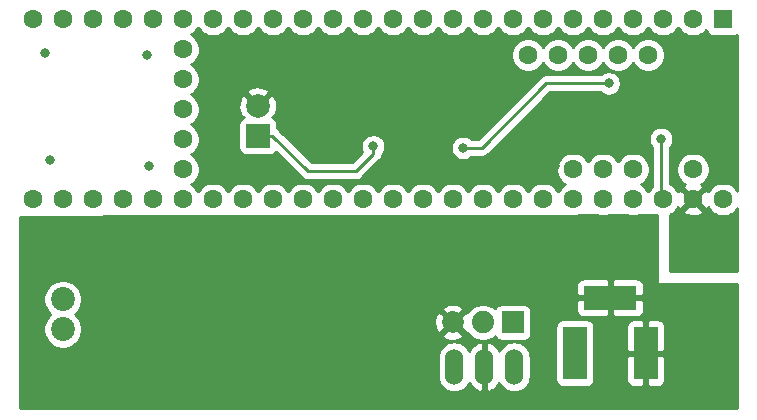
<source format=gbr>
G04 #@! TF.GenerationSoftware,KiCad,Pcbnew,(5.1.8-0-10_14)*
G04 #@! TF.CreationDate,2020-11-22T12:24:40+11:00*
G04 #@! TF.ProjectId,Phenobottle v18,5068656e-6f62-46f7-9474-6c6520763138,rev?*
G04 #@! TF.SameCoordinates,Original*
G04 #@! TF.FileFunction,Copper,L2,Bot*
G04 #@! TF.FilePolarity,Positive*
%FSLAX46Y46*%
G04 Gerber Fmt 4.6, Leading zero omitted, Abs format (unit mm)*
G04 Created by KiCad (PCBNEW (5.1.8-0-10_14)) date 2020-11-22 12:24:40*
%MOMM*%
%LPD*%
G01*
G04 APERTURE LIST*
G04 #@! TA.AperFunction,ComponentPad*
%ADD10C,1.600000*%
G04 #@! TD*
G04 #@! TA.AperFunction,ComponentPad*
%ADD11R,1.600000X1.600000*%
G04 #@! TD*
G04 #@! TA.AperFunction,ComponentPad*
%ADD12O,1.524000X3.048000*%
G04 #@! TD*
G04 #@! TA.AperFunction,ComponentPad*
%ADD13C,1.850000*%
G04 #@! TD*
G04 #@! TA.AperFunction,ComponentPad*
%ADD14C,1.880000*%
G04 #@! TD*
G04 #@! TA.AperFunction,ComponentPad*
%ADD15R,1.850000X1.850000*%
G04 #@! TD*
G04 #@! TA.AperFunction,ComponentPad*
%ADD16C,2.000000*%
G04 #@! TD*
G04 #@! TA.AperFunction,ComponentPad*
%ADD17R,2.000000X2.000000*%
G04 #@! TD*
G04 #@! TA.AperFunction,ComponentPad*
%ADD18C,2.020000*%
G04 #@! TD*
G04 #@! TA.AperFunction,ComponentPad*
%ADD19R,2.000000X4.500000*%
G04 #@! TD*
G04 #@! TA.AperFunction,ComponentPad*
%ADD20R,4.500000X2.000000*%
G04 #@! TD*
G04 #@! TA.AperFunction,ViaPad*
%ADD21C,0.800000*%
G04 #@! TD*
G04 #@! TA.AperFunction,Conductor*
%ADD22C,0.250000*%
G04 #@! TD*
G04 #@! TA.AperFunction,Conductor*
%ADD23C,0.254000*%
G04 #@! TD*
G04 #@! TA.AperFunction,Conductor*
%ADD24C,0.100000*%
G04 #@! TD*
G04 APERTURE END LIST*
D10*
X131470000Y-77780000D03*
X128930000Y-77780000D03*
X126390000Y-77780000D03*
X123850000Y-77780000D03*
X134010000Y-77780000D03*
X136550000Y-77780000D03*
X139090000Y-77780000D03*
X121310000Y-77780000D03*
X118770000Y-77780000D03*
X116230000Y-77780000D03*
X113690000Y-77780000D03*
X126390000Y-80320000D03*
X126390000Y-82860000D03*
X126390000Y-85400000D03*
X126390000Y-87940000D03*
X126390000Y-90480000D03*
X113690000Y-93020000D03*
X116230000Y-93020000D03*
X118770000Y-93020000D03*
X121310000Y-93020000D03*
X123850000Y-93020000D03*
X126390000Y-93020000D03*
X128930000Y-93020000D03*
X131470000Y-93020000D03*
X141630000Y-77780000D03*
X144170000Y-77780000D03*
X146710000Y-77780000D03*
X149250000Y-77780000D03*
X151790000Y-77780000D03*
X154330000Y-77780000D03*
X156870000Y-77780000D03*
X159410000Y-77780000D03*
X161950000Y-77780000D03*
X164490000Y-77780000D03*
X167030000Y-77780000D03*
X169570000Y-77780000D03*
D11*
X172110000Y-77780000D03*
D10*
X134010000Y-93020000D03*
X136550000Y-93020000D03*
X139090000Y-93020000D03*
X141630000Y-93020000D03*
X144170000Y-93020000D03*
X146710000Y-93020000D03*
X149250000Y-93020000D03*
X151790000Y-93020000D03*
X154330000Y-93020000D03*
X156870000Y-93020000D03*
X159410000Y-93020000D03*
X161950000Y-93020000D03*
X164490000Y-93020000D03*
X167030000Y-93020000D03*
X169570000Y-93020000D03*
X172110000Y-93020000D03*
X169570000Y-90480000D03*
X164490000Y-90480000D03*
X161950000Y-90480000D03*
X159410000Y-90480000D03*
X165760000Y-80780000D03*
X163220000Y-80780000D03*
X160680000Y-80780000D03*
X158140000Y-80780000D03*
X155600000Y-80780000D03*
D12*
X149352000Y-107188000D03*
X151892000Y-107188000D03*
X154432000Y-107188000D03*
D13*
X149225000Y-103429000D03*
D14*
X151765000Y-103429000D03*
D15*
X154305000Y-103429000D03*
D16*
X132715000Y-85090000D03*
D17*
X132715000Y-87630000D03*
D18*
X116205000Y-101473000D03*
X116205000Y-104013000D03*
D19*
X165560000Y-106045000D03*
X159560000Y-106045000D03*
D20*
X162560000Y-101345000D03*
D21*
X123300000Y-80800000D03*
X123500000Y-90200000D03*
X114700000Y-80600000D03*
X115100000Y-89700000D03*
X132207000Y-81026000D03*
X157861000Y-90170000D03*
X140970000Y-81915000D03*
X145923000Y-81153000D03*
X145288000Y-89281000D03*
X152527000Y-90805000D03*
X162941000Y-85725000D03*
X161798000Y-88000000D03*
X171577000Y-88138000D03*
X150495000Y-87376000D03*
X170561000Y-80772000D03*
X151765000Y-80264000D03*
X144100000Y-90800000D03*
X140000000Y-89200000D03*
X166878000Y-87884000D03*
X150114000Y-88646000D03*
X162433000Y-83185000D03*
X142494000Y-88519000D03*
X134747000Y-96774000D03*
X160528000Y-94996000D03*
X141732000Y-103759000D03*
X135001000Y-103632000D03*
X129286000Y-103759000D03*
X120777000Y-99314000D03*
X130556000Y-98425000D03*
X148209000Y-96393000D03*
X117348000Y-108712000D03*
X122809000Y-108712000D03*
X120396000Y-102362000D03*
X157226000Y-105918000D03*
D22*
X166878000Y-92964000D02*
X166878000Y-87884000D01*
X157156685Y-83185000D02*
X162433000Y-83185000D01*
X151695685Y-88646000D02*
X150114000Y-88646000D01*
X157156685Y-83185000D02*
X151695685Y-88646000D01*
X136976001Y-90641001D02*
X141006999Y-90641001D01*
X133965000Y-87630000D02*
X136976001Y-90641001D01*
X132715000Y-87630000D02*
X133965000Y-87630000D01*
X141006999Y-90641001D02*
X142494000Y-89154000D01*
X142494000Y-89154000D02*
X142494000Y-88519000D01*
D23*
X166497000Y-100076000D02*
X166499440Y-100100776D01*
X166506667Y-100124601D01*
X166518403Y-100146557D01*
X166534197Y-100165803D01*
X166553443Y-100181597D01*
X166575399Y-100193333D01*
X166599224Y-100200560D01*
X166624000Y-100203000D01*
X173330001Y-100203000D01*
X173330001Y-110719000D01*
X112547000Y-110719000D01*
X112547000Y-106357375D01*
X147955000Y-106357375D01*
X147955000Y-108018624D01*
X147975214Y-108223859D01*
X148055096Y-108487194D01*
X148184817Y-108729886D01*
X148359392Y-108942607D01*
X148572113Y-109117183D01*
X148814805Y-109246904D01*
X149078140Y-109326786D01*
X149352000Y-109353759D01*
X149625859Y-109326786D01*
X149889194Y-109246904D01*
X150131886Y-109117183D01*
X150344607Y-108942608D01*
X150519183Y-108729887D01*
X150623038Y-108535587D01*
X150649941Y-108601942D01*
X150800994Y-108831729D01*
X150993974Y-109027632D01*
X151221465Y-109182122D01*
X151474724Y-109289262D01*
X151548930Y-109304220D01*
X151765000Y-109181720D01*
X151765000Y-107315000D01*
X151745000Y-107315000D01*
X151745000Y-107061000D01*
X151765000Y-107061000D01*
X151765000Y-105194280D01*
X152019000Y-105194280D01*
X152019000Y-107061000D01*
X152039000Y-107061000D01*
X152039000Y-107315000D01*
X152019000Y-107315000D01*
X152019000Y-109181720D01*
X152235070Y-109304220D01*
X152309276Y-109289262D01*
X152562535Y-109182122D01*
X152790026Y-109027632D01*
X152983006Y-108831729D01*
X153134059Y-108601942D01*
X153160962Y-108535586D01*
X153264817Y-108729886D01*
X153439392Y-108942607D01*
X153652113Y-109117183D01*
X153894805Y-109246904D01*
X154158140Y-109326786D01*
X154432000Y-109353759D01*
X154705859Y-109326786D01*
X154969194Y-109246904D01*
X155211886Y-109117183D01*
X155424607Y-108942608D01*
X155599183Y-108729887D01*
X155728904Y-108487195D01*
X155808786Y-108223860D01*
X155829000Y-108018625D01*
X155829000Y-106357375D01*
X155808786Y-106152140D01*
X155728904Y-105888805D01*
X155599183Y-105646113D01*
X155424608Y-105433392D01*
X155211887Y-105258817D01*
X154969195Y-105129096D01*
X154705860Y-105049214D01*
X154432000Y-105022241D01*
X154158141Y-105049214D01*
X153894806Y-105129096D01*
X153652114Y-105258817D01*
X153439393Y-105433392D01*
X153264818Y-105646113D01*
X153160962Y-105840414D01*
X153134059Y-105774058D01*
X152983006Y-105544271D01*
X152790026Y-105348368D01*
X152562535Y-105193878D01*
X152309276Y-105086738D01*
X152235070Y-105071780D01*
X152019000Y-105194280D01*
X151765000Y-105194280D01*
X151548930Y-105071780D01*
X151474724Y-105086738D01*
X151221465Y-105193878D01*
X150993974Y-105348368D01*
X150800994Y-105544271D01*
X150649941Y-105774058D01*
X150623038Y-105840413D01*
X150519183Y-105646113D01*
X150344608Y-105433392D01*
X150131887Y-105258817D01*
X149889195Y-105129096D01*
X149625860Y-105049214D01*
X149352000Y-105022241D01*
X149078141Y-105049214D01*
X148814806Y-105129096D01*
X148572114Y-105258817D01*
X148359393Y-105433392D01*
X148184818Y-105646113D01*
X148055097Y-105888805D01*
X147975214Y-106152140D01*
X147955000Y-106357375D01*
X112547000Y-106357375D01*
X112547000Y-101310982D01*
X114560000Y-101310982D01*
X114560000Y-101635018D01*
X114623217Y-101952829D01*
X114747220Y-102252199D01*
X114927245Y-102521626D01*
X115148619Y-102743000D01*
X114927245Y-102964374D01*
X114747220Y-103233801D01*
X114623217Y-103533171D01*
X114560000Y-103850982D01*
X114560000Y-104175018D01*
X114623217Y-104492829D01*
X114747220Y-104792199D01*
X114927245Y-105061626D01*
X115156374Y-105290755D01*
X115425801Y-105470780D01*
X115725171Y-105594783D01*
X116042982Y-105658000D01*
X116367018Y-105658000D01*
X116684829Y-105594783D01*
X116984199Y-105470780D01*
X117253626Y-105290755D01*
X117482755Y-105061626D01*
X117662780Y-104792199D01*
X117779290Y-104510917D01*
X148322688Y-104510917D01*
X148409393Y-104767653D01*
X148686223Y-104901048D01*
X148983757Y-104977873D01*
X149290562Y-104995176D01*
X149594848Y-104952292D01*
X149884921Y-104850868D01*
X150040607Y-104767653D01*
X150127312Y-104510917D01*
X149225000Y-103608605D01*
X148322688Y-104510917D01*
X117779290Y-104510917D01*
X117786783Y-104492829D01*
X117850000Y-104175018D01*
X117850000Y-103850982D01*
X117786783Y-103533171D01*
X117770791Y-103494562D01*
X147658824Y-103494562D01*
X147701708Y-103798848D01*
X147803132Y-104088921D01*
X147886347Y-104244607D01*
X148143083Y-104331312D01*
X149045395Y-103429000D01*
X149404605Y-103429000D01*
X150306917Y-104331312D01*
X150442968Y-104285365D01*
X150541617Y-104433004D01*
X150760996Y-104652383D01*
X151018958Y-104824747D01*
X151305589Y-104943474D01*
X151609876Y-105004000D01*
X151920124Y-105004000D01*
X152224411Y-104943474D01*
X152511042Y-104824747D01*
X152769004Y-104652383D01*
X152801892Y-104619495D01*
X152849463Y-104708494D01*
X152928815Y-104805185D01*
X153025506Y-104884537D01*
X153135820Y-104943502D01*
X153255518Y-104979812D01*
X153380000Y-104992072D01*
X155230000Y-104992072D01*
X155354482Y-104979812D01*
X155474180Y-104943502D01*
X155584494Y-104884537D01*
X155681185Y-104805185D01*
X155760537Y-104708494D01*
X155819502Y-104598180D01*
X155855812Y-104478482D01*
X155868072Y-104354000D01*
X155868072Y-103795000D01*
X157921928Y-103795000D01*
X157921928Y-108295000D01*
X157934188Y-108419482D01*
X157970498Y-108539180D01*
X158029463Y-108649494D01*
X158108815Y-108746185D01*
X158205506Y-108825537D01*
X158315820Y-108884502D01*
X158435518Y-108920812D01*
X158560000Y-108933072D01*
X160560000Y-108933072D01*
X160684482Y-108920812D01*
X160804180Y-108884502D01*
X160914494Y-108825537D01*
X161011185Y-108746185D01*
X161090537Y-108649494D01*
X161149502Y-108539180D01*
X161185812Y-108419482D01*
X161198072Y-108295000D01*
X163921928Y-108295000D01*
X163934188Y-108419482D01*
X163970498Y-108539180D01*
X164029463Y-108649494D01*
X164108815Y-108746185D01*
X164205506Y-108825537D01*
X164315820Y-108884502D01*
X164435518Y-108920812D01*
X164560000Y-108933072D01*
X165274250Y-108930000D01*
X165433000Y-108771250D01*
X165433000Y-106172000D01*
X165687000Y-106172000D01*
X165687000Y-108771250D01*
X165845750Y-108930000D01*
X166560000Y-108933072D01*
X166684482Y-108920812D01*
X166804180Y-108884502D01*
X166914494Y-108825537D01*
X167011185Y-108746185D01*
X167090537Y-108649494D01*
X167149502Y-108539180D01*
X167185812Y-108419482D01*
X167198072Y-108295000D01*
X167195000Y-106330750D01*
X167036250Y-106172000D01*
X165687000Y-106172000D01*
X165433000Y-106172000D01*
X164083750Y-106172000D01*
X163925000Y-106330750D01*
X163921928Y-108295000D01*
X161198072Y-108295000D01*
X161198072Y-103795000D01*
X163921928Y-103795000D01*
X163925000Y-105759250D01*
X164083750Y-105918000D01*
X165433000Y-105918000D01*
X165433000Y-103318750D01*
X165687000Y-103318750D01*
X165687000Y-105918000D01*
X167036250Y-105918000D01*
X167195000Y-105759250D01*
X167198072Y-103795000D01*
X167185812Y-103670518D01*
X167149502Y-103550820D01*
X167090537Y-103440506D01*
X167011185Y-103343815D01*
X166914494Y-103264463D01*
X166804180Y-103205498D01*
X166684482Y-103169188D01*
X166560000Y-103156928D01*
X165845750Y-103160000D01*
X165687000Y-103318750D01*
X165433000Y-103318750D01*
X165274250Y-103160000D01*
X164560000Y-103156928D01*
X164435518Y-103169188D01*
X164315820Y-103205498D01*
X164205506Y-103264463D01*
X164108815Y-103343815D01*
X164029463Y-103440506D01*
X163970498Y-103550820D01*
X163934188Y-103670518D01*
X163921928Y-103795000D01*
X161198072Y-103795000D01*
X161185812Y-103670518D01*
X161149502Y-103550820D01*
X161090537Y-103440506D01*
X161011185Y-103343815D01*
X160914494Y-103264463D01*
X160804180Y-103205498D01*
X160684482Y-103169188D01*
X160560000Y-103156928D01*
X158560000Y-103156928D01*
X158435518Y-103169188D01*
X158315820Y-103205498D01*
X158205506Y-103264463D01*
X158108815Y-103343815D01*
X158029463Y-103440506D01*
X157970498Y-103550820D01*
X157934188Y-103670518D01*
X157921928Y-103795000D01*
X155868072Y-103795000D01*
X155868072Y-102504000D01*
X155855812Y-102379518D01*
X155845342Y-102345000D01*
X159671928Y-102345000D01*
X159684188Y-102469482D01*
X159720498Y-102589180D01*
X159779463Y-102699494D01*
X159858815Y-102796185D01*
X159955506Y-102875537D01*
X160065820Y-102934502D01*
X160185518Y-102970812D01*
X160310000Y-102983072D01*
X162274250Y-102980000D01*
X162433000Y-102821250D01*
X162433000Y-101472000D01*
X162687000Y-101472000D01*
X162687000Y-102821250D01*
X162845750Y-102980000D01*
X164810000Y-102983072D01*
X164934482Y-102970812D01*
X165054180Y-102934502D01*
X165164494Y-102875537D01*
X165261185Y-102796185D01*
X165340537Y-102699494D01*
X165399502Y-102589180D01*
X165435812Y-102469482D01*
X165448072Y-102345000D01*
X165445000Y-101630750D01*
X165286250Y-101472000D01*
X162687000Y-101472000D01*
X162433000Y-101472000D01*
X159833750Y-101472000D01*
X159675000Y-101630750D01*
X159671928Y-102345000D01*
X155845342Y-102345000D01*
X155819502Y-102259820D01*
X155760537Y-102149506D01*
X155681185Y-102052815D01*
X155584494Y-101973463D01*
X155474180Y-101914498D01*
X155354482Y-101878188D01*
X155230000Y-101865928D01*
X153380000Y-101865928D01*
X153255518Y-101878188D01*
X153135820Y-101914498D01*
X153025506Y-101973463D01*
X152928815Y-102052815D01*
X152849463Y-102149506D01*
X152801892Y-102238505D01*
X152769004Y-102205617D01*
X152511042Y-102033253D01*
X152224411Y-101914526D01*
X151920124Y-101854000D01*
X151609876Y-101854000D01*
X151305589Y-101914526D01*
X151018958Y-102033253D01*
X150760996Y-102205617D01*
X150541617Y-102424996D01*
X150442968Y-102572635D01*
X150306917Y-102526688D01*
X149404605Y-103429000D01*
X149045395Y-103429000D01*
X148143083Y-102526688D01*
X147886347Y-102613393D01*
X147752952Y-102890223D01*
X147676127Y-103187757D01*
X147658824Y-103494562D01*
X117770791Y-103494562D01*
X117662780Y-103233801D01*
X117482755Y-102964374D01*
X117261381Y-102743000D01*
X117482755Y-102521626D01*
X117599380Y-102347083D01*
X148322688Y-102347083D01*
X149225000Y-103249395D01*
X150127312Y-102347083D01*
X150040607Y-102090347D01*
X149763777Y-101956952D01*
X149466243Y-101880127D01*
X149159438Y-101862824D01*
X148855152Y-101905708D01*
X148565079Y-102007132D01*
X148409393Y-102090347D01*
X148322688Y-102347083D01*
X117599380Y-102347083D01*
X117662780Y-102252199D01*
X117786783Y-101952829D01*
X117850000Y-101635018D01*
X117850000Y-101310982D01*
X117786783Y-100993171D01*
X117662780Y-100693801D01*
X117482755Y-100424374D01*
X117403381Y-100345000D01*
X159671928Y-100345000D01*
X159675000Y-101059250D01*
X159833750Y-101218000D01*
X162433000Y-101218000D01*
X162433000Y-99868750D01*
X162687000Y-99868750D01*
X162687000Y-101218000D01*
X165286250Y-101218000D01*
X165445000Y-101059250D01*
X165448072Y-100345000D01*
X165435812Y-100220518D01*
X165399502Y-100100820D01*
X165340537Y-99990506D01*
X165261185Y-99893815D01*
X165164494Y-99814463D01*
X165054180Y-99755498D01*
X164934482Y-99719188D01*
X164810000Y-99706928D01*
X162845750Y-99710000D01*
X162687000Y-99868750D01*
X162433000Y-99868750D01*
X162274250Y-99710000D01*
X160310000Y-99706928D01*
X160185518Y-99719188D01*
X160065820Y-99755498D01*
X159955506Y-99814463D01*
X159858815Y-99893815D01*
X159779463Y-99990506D01*
X159720498Y-100100820D01*
X159684188Y-100220518D01*
X159671928Y-100345000D01*
X117403381Y-100345000D01*
X117253626Y-100195245D01*
X116984199Y-100015220D01*
X116684829Y-99891217D01*
X116367018Y-99828000D01*
X116042982Y-99828000D01*
X115725171Y-99891217D01*
X115425801Y-100015220D01*
X115156374Y-100195245D01*
X114927245Y-100424374D01*
X114747220Y-100693801D01*
X114623217Y-100993171D01*
X114560000Y-101310982D01*
X112547000Y-101310982D01*
X112547000Y-94487349D01*
X126392261Y-94455000D01*
X126531335Y-94455000D01*
X126532988Y-94454671D01*
X128760844Y-94449466D01*
X128788665Y-94455000D01*
X129071335Y-94455000D01*
X129103177Y-94448666D01*
X131271355Y-94443600D01*
X131328665Y-94455000D01*
X131611335Y-94455000D01*
X131673367Y-94442661D01*
X133781867Y-94437735D01*
X133868665Y-94455000D01*
X134151335Y-94455000D01*
X134243556Y-94436656D01*
X136280721Y-94431896D01*
X136338184Y-94446300D01*
X136620512Y-94460217D01*
X136820161Y-94430636D01*
X138802890Y-94426003D01*
X138948665Y-94455000D01*
X139231335Y-94455000D01*
X139383935Y-94424646D01*
X141313401Y-94420137D01*
X141488665Y-94455000D01*
X141771335Y-94455000D01*
X141954125Y-94418640D01*
X143823913Y-94414272D01*
X144028665Y-94455000D01*
X144311335Y-94455000D01*
X144524314Y-94412635D01*
X146334424Y-94408406D01*
X146568665Y-94455000D01*
X146851335Y-94455000D01*
X147094504Y-94406630D01*
X148844936Y-94402540D01*
X149108665Y-94455000D01*
X149391335Y-94455000D01*
X149664693Y-94400625D01*
X151363706Y-94396655D01*
X151371426Y-94399853D01*
X151648665Y-94455000D01*
X151931335Y-94455000D01*
X152208574Y-94399853D01*
X152221130Y-94394652D01*
X153889459Y-94390754D01*
X153911426Y-94399853D01*
X154188665Y-94455000D01*
X154471335Y-94455000D01*
X154748574Y-94399853D01*
X154775539Y-94388684D01*
X156415212Y-94384853D01*
X156451426Y-94399853D01*
X156728665Y-94455000D01*
X157011335Y-94455000D01*
X157288574Y-94399853D01*
X157329948Y-94382715D01*
X158940965Y-94378951D01*
X158991426Y-94399853D01*
X159268665Y-94455000D01*
X159551335Y-94455000D01*
X159828574Y-94399853D01*
X159884356Y-94376747D01*
X161466718Y-94373050D01*
X161531426Y-94399853D01*
X161808665Y-94455000D01*
X162091335Y-94455000D01*
X162368574Y-94399853D01*
X162438765Y-94370779D01*
X163992471Y-94367149D01*
X164071426Y-94399853D01*
X164348665Y-94455000D01*
X164631335Y-94455000D01*
X164908574Y-94399853D01*
X164993174Y-94364811D01*
X166497000Y-94361297D01*
X166497000Y-100076000D01*
G04 #@! TA.AperFunction,Conductor*
D24*
G36*
X166497000Y-100076000D02*
G01*
X166499440Y-100100776D01*
X166506667Y-100124601D01*
X166518403Y-100146557D01*
X166534197Y-100165803D01*
X166553443Y-100181597D01*
X166575399Y-100193333D01*
X166599224Y-100200560D01*
X166624000Y-100203000D01*
X173330001Y-100203000D01*
X173330001Y-110719000D01*
X112547000Y-110719000D01*
X112547000Y-106357375D01*
X147955000Y-106357375D01*
X147955000Y-108018624D01*
X147975214Y-108223859D01*
X148055096Y-108487194D01*
X148184817Y-108729886D01*
X148359392Y-108942607D01*
X148572113Y-109117183D01*
X148814805Y-109246904D01*
X149078140Y-109326786D01*
X149352000Y-109353759D01*
X149625859Y-109326786D01*
X149889194Y-109246904D01*
X150131886Y-109117183D01*
X150344607Y-108942608D01*
X150519183Y-108729887D01*
X150623038Y-108535587D01*
X150649941Y-108601942D01*
X150800994Y-108831729D01*
X150993974Y-109027632D01*
X151221465Y-109182122D01*
X151474724Y-109289262D01*
X151548930Y-109304220D01*
X151765000Y-109181720D01*
X151765000Y-107315000D01*
X151745000Y-107315000D01*
X151745000Y-107061000D01*
X151765000Y-107061000D01*
X151765000Y-105194280D01*
X152019000Y-105194280D01*
X152019000Y-107061000D01*
X152039000Y-107061000D01*
X152039000Y-107315000D01*
X152019000Y-107315000D01*
X152019000Y-109181720D01*
X152235070Y-109304220D01*
X152309276Y-109289262D01*
X152562535Y-109182122D01*
X152790026Y-109027632D01*
X152983006Y-108831729D01*
X153134059Y-108601942D01*
X153160962Y-108535586D01*
X153264817Y-108729886D01*
X153439392Y-108942607D01*
X153652113Y-109117183D01*
X153894805Y-109246904D01*
X154158140Y-109326786D01*
X154432000Y-109353759D01*
X154705859Y-109326786D01*
X154969194Y-109246904D01*
X155211886Y-109117183D01*
X155424607Y-108942608D01*
X155599183Y-108729887D01*
X155728904Y-108487195D01*
X155808786Y-108223860D01*
X155829000Y-108018625D01*
X155829000Y-106357375D01*
X155808786Y-106152140D01*
X155728904Y-105888805D01*
X155599183Y-105646113D01*
X155424608Y-105433392D01*
X155211887Y-105258817D01*
X154969195Y-105129096D01*
X154705860Y-105049214D01*
X154432000Y-105022241D01*
X154158141Y-105049214D01*
X153894806Y-105129096D01*
X153652114Y-105258817D01*
X153439393Y-105433392D01*
X153264818Y-105646113D01*
X153160962Y-105840414D01*
X153134059Y-105774058D01*
X152983006Y-105544271D01*
X152790026Y-105348368D01*
X152562535Y-105193878D01*
X152309276Y-105086738D01*
X152235070Y-105071780D01*
X152019000Y-105194280D01*
X151765000Y-105194280D01*
X151548930Y-105071780D01*
X151474724Y-105086738D01*
X151221465Y-105193878D01*
X150993974Y-105348368D01*
X150800994Y-105544271D01*
X150649941Y-105774058D01*
X150623038Y-105840413D01*
X150519183Y-105646113D01*
X150344608Y-105433392D01*
X150131887Y-105258817D01*
X149889195Y-105129096D01*
X149625860Y-105049214D01*
X149352000Y-105022241D01*
X149078141Y-105049214D01*
X148814806Y-105129096D01*
X148572114Y-105258817D01*
X148359393Y-105433392D01*
X148184818Y-105646113D01*
X148055097Y-105888805D01*
X147975214Y-106152140D01*
X147955000Y-106357375D01*
X112547000Y-106357375D01*
X112547000Y-101310982D01*
X114560000Y-101310982D01*
X114560000Y-101635018D01*
X114623217Y-101952829D01*
X114747220Y-102252199D01*
X114927245Y-102521626D01*
X115148619Y-102743000D01*
X114927245Y-102964374D01*
X114747220Y-103233801D01*
X114623217Y-103533171D01*
X114560000Y-103850982D01*
X114560000Y-104175018D01*
X114623217Y-104492829D01*
X114747220Y-104792199D01*
X114927245Y-105061626D01*
X115156374Y-105290755D01*
X115425801Y-105470780D01*
X115725171Y-105594783D01*
X116042982Y-105658000D01*
X116367018Y-105658000D01*
X116684829Y-105594783D01*
X116984199Y-105470780D01*
X117253626Y-105290755D01*
X117482755Y-105061626D01*
X117662780Y-104792199D01*
X117779290Y-104510917D01*
X148322688Y-104510917D01*
X148409393Y-104767653D01*
X148686223Y-104901048D01*
X148983757Y-104977873D01*
X149290562Y-104995176D01*
X149594848Y-104952292D01*
X149884921Y-104850868D01*
X150040607Y-104767653D01*
X150127312Y-104510917D01*
X149225000Y-103608605D01*
X148322688Y-104510917D01*
X117779290Y-104510917D01*
X117786783Y-104492829D01*
X117850000Y-104175018D01*
X117850000Y-103850982D01*
X117786783Y-103533171D01*
X117770791Y-103494562D01*
X147658824Y-103494562D01*
X147701708Y-103798848D01*
X147803132Y-104088921D01*
X147886347Y-104244607D01*
X148143083Y-104331312D01*
X149045395Y-103429000D01*
X149404605Y-103429000D01*
X150306917Y-104331312D01*
X150442968Y-104285365D01*
X150541617Y-104433004D01*
X150760996Y-104652383D01*
X151018958Y-104824747D01*
X151305589Y-104943474D01*
X151609876Y-105004000D01*
X151920124Y-105004000D01*
X152224411Y-104943474D01*
X152511042Y-104824747D01*
X152769004Y-104652383D01*
X152801892Y-104619495D01*
X152849463Y-104708494D01*
X152928815Y-104805185D01*
X153025506Y-104884537D01*
X153135820Y-104943502D01*
X153255518Y-104979812D01*
X153380000Y-104992072D01*
X155230000Y-104992072D01*
X155354482Y-104979812D01*
X155474180Y-104943502D01*
X155584494Y-104884537D01*
X155681185Y-104805185D01*
X155760537Y-104708494D01*
X155819502Y-104598180D01*
X155855812Y-104478482D01*
X155868072Y-104354000D01*
X155868072Y-103795000D01*
X157921928Y-103795000D01*
X157921928Y-108295000D01*
X157934188Y-108419482D01*
X157970498Y-108539180D01*
X158029463Y-108649494D01*
X158108815Y-108746185D01*
X158205506Y-108825537D01*
X158315820Y-108884502D01*
X158435518Y-108920812D01*
X158560000Y-108933072D01*
X160560000Y-108933072D01*
X160684482Y-108920812D01*
X160804180Y-108884502D01*
X160914494Y-108825537D01*
X161011185Y-108746185D01*
X161090537Y-108649494D01*
X161149502Y-108539180D01*
X161185812Y-108419482D01*
X161198072Y-108295000D01*
X163921928Y-108295000D01*
X163934188Y-108419482D01*
X163970498Y-108539180D01*
X164029463Y-108649494D01*
X164108815Y-108746185D01*
X164205506Y-108825537D01*
X164315820Y-108884502D01*
X164435518Y-108920812D01*
X164560000Y-108933072D01*
X165274250Y-108930000D01*
X165433000Y-108771250D01*
X165433000Y-106172000D01*
X165687000Y-106172000D01*
X165687000Y-108771250D01*
X165845750Y-108930000D01*
X166560000Y-108933072D01*
X166684482Y-108920812D01*
X166804180Y-108884502D01*
X166914494Y-108825537D01*
X167011185Y-108746185D01*
X167090537Y-108649494D01*
X167149502Y-108539180D01*
X167185812Y-108419482D01*
X167198072Y-108295000D01*
X167195000Y-106330750D01*
X167036250Y-106172000D01*
X165687000Y-106172000D01*
X165433000Y-106172000D01*
X164083750Y-106172000D01*
X163925000Y-106330750D01*
X163921928Y-108295000D01*
X161198072Y-108295000D01*
X161198072Y-103795000D01*
X163921928Y-103795000D01*
X163925000Y-105759250D01*
X164083750Y-105918000D01*
X165433000Y-105918000D01*
X165433000Y-103318750D01*
X165687000Y-103318750D01*
X165687000Y-105918000D01*
X167036250Y-105918000D01*
X167195000Y-105759250D01*
X167198072Y-103795000D01*
X167185812Y-103670518D01*
X167149502Y-103550820D01*
X167090537Y-103440506D01*
X167011185Y-103343815D01*
X166914494Y-103264463D01*
X166804180Y-103205498D01*
X166684482Y-103169188D01*
X166560000Y-103156928D01*
X165845750Y-103160000D01*
X165687000Y-103318750D01*
X165433000Y-103318750D01*
X165274250Y-103160000D01*
X164560000Y-103156928D01*
X164435518Y-103169188D01*
X164315820Y-103205498D01*
X164205506Y-103264463D01*
X164108815Y-103343815D01*
X164029463Y-103440506D01*
X163970498Y-103550820D01*
X163934188Y-103670518D01*
X163921928Y-103795000D01*
X161198072Y-103795000D01*
X161185812Y-103670518D01*
X161149502Y-103550820D01*
X161090537Y-103440506D01*
X161011185Y-103343815D01*
X160914494Y-103264463D01*
X160804180Y-103205498D01*
X160684482Y-103169188D01*
X160560000Y-103156928D01*
X158560000Y-103156928D01*
X158435518Y-103169188D01*
X158315820Y-103205498D01*
X158205506Y-103264463D01*
X158108815Y-103343815D01*
X158029463Y-103440506D01*
X157970498Y-103550820D01*
X157934188Y-103670518D01*
X157921928Y-103795000D01*
X155868072Y-103795000D01*
X155868072Y-102504000D01*
X155855812Y-102379518D01*
X155845342Y-102345000D01*
X159671928Y-102345000D01*
X159684188Y-102469482D01*
X159720498Y-102589180D01*
X159779463Y-102699494D01*
X159858815Y-102796185D01*
X159955506Y-102875537D01*
X160065820Y-102934502D01*
X160185518Y-102970812D01*
X160310000Y-102983072D01*
X162274250Y-102980000D01*
X162433000Y-102821250D01*
X162433000Y-101472000D01*
X162687000Y-101472000D01*
X162687000Y-102821250D01*
X162845750Y-102980000D01*
X164810000Y-102983072D01*
X164934482Y-102970812D01*
X165054180Y-102934502D01*
X165164494Y-102875537D01*
X165261185Y-102796185D01*
X165340537Y-102699494D01*
X165399502Y-102589180D01*
X165435812Y-102469482D01*
X165448072Y-102345000D01*
X165445000Y-101630750D01*
X165286250Y-101472000D01*
X162687000Y-101472000D01*
X162433000Y-101472000D01*
X159833750Y-101472000D01*
X159675000Y-101630750D01*
X159671928Y-102345000D01*
X155845342Y-102345000D01*
X155819502Y-102259820D01*
X155760537Y-102149506D01*
X155681185Y-102052815D01*
X155584494Y-101973463D01*
X155474180Y-101914498D01*
X155354482Y-101878188D01*
X155230000Y-101865928D01*
X153380000Y-101865928D01*
X153255518Y-101878188D01*
X153135820Y-101914498D01*
X153025506Y-101973463D01*
X152928815Y-102052815D01*
X152849463Y-102149506D01*
X152801892Y-102238505D01*
X152769004Y-102205617D01*
X152511042Y-102033253D01*
X152224411Y-101914526D01*
X151920124Y-101854000D01*
X151609876Y-101854000D01*
X151305589Y-101914526D01*
X151018958Y-102033253D01*
X150760996Y-102205617D01*
X150541617Y-102424996D01*
X150442968Y-102572635D01*
X150306917Y-102526688D01*
X149404605Y-103429000D01*
X149045395Y-103429000D01*
X148143083Y-102526688D01*
X147886347Y-102613393D01*
X147752952Y-102890223D01*
X147676127Y-103187757D01*
X147658824Y-103494562D01*
X117770791Y-103494562D01*
X117662780Y-103233801D01*
X117482755Y-102964374D01*
X117261381Y-102743000D01*
X117482755Y-102521626D01*
X117599380Y-102347083D01*
X148322688Y-102347083D01*
X149225000Y-103249395D01*
X150127312Y-102347083D01*
X150040607Y-102090347D01*
X149763777Y-101956952D01*
X149466243Y-101880127D01*
X149159438Y-101862824D01*
X148855152Y-101905708D01*
X148565079Y-102007132D01*
X148409393Y-102090347D01*
X148322688Y-102347083D01*
X117599380Y-102347083D01*
X117662780Y-102252199D01*
X117786783Y-101952829D01*
X117850000Y-101635018D01*
X117850000Y-101310982D01*
X117786783Y-100993171D01*
X117662780Y-100693801D01*
X117482755Y-100424374D01*
X117403381Y-100345000D01*
X159671928Y-100345000D01*
X159675000Y-101059250D01*
X159833750Y-101218000D01*
X162433000Y-101218000D01*
X162433000Y-99868750D01*
X162687000Y-99868750D01*
X162687000Y-101218000D01*
X165286250Y-101218000D01*
X165445000Y-101059250D01*
X165448072Y-100345000D01*
X165435812Y-100220518D01*
X165399502Y-100100820D01*
X165340537Y-99990506D01*
X165261185Y-99893815D01*
X165164494Y-99814463D01*
X165054180Y-99755498D01*
X164934482Y-99719188D01*
X164810000Y-99706928D01*
X162845750Y-99710000D01*
X162687000Y-99868750D01*
X162433000Y-99868750D01*
X162274250Y-99710000D01*
X160310000Y-99706928D01*
X160185518Y-99719188D01*
X160065820Y-99755498D01*
X159955506Y-99814463D01*
X159858815Y-99893815D01*
X159779463Y-99990506D01*
X159720498Y-100100820D01*
X159684188Y-100220518D01*
X159671928Y-100345000D01*
X117403381Y-100345000D01*
X117253626Y-100195245D01*
X116984199Y-100015220D01*
X116684829Y-99891217D01*
X116367018Y-99828000D01*
X116042982Y-99828000D01*
X115725171Y-99891217D01*
X115425801Y-100015220D01*
X115156374Y-100195245D01*
X114927245Y-100424374D01*
X114747220Y-100693801D01*
X114623217Y-100993171D01*
X114560000Y-101310982D01*
X112547000Y-101310982D01*
X112547000Y-94487349D01*
X126392261Y-94455000D01*
X126531335Y-94455000D01*
X126532988Y-94454671D01*
X128760844Y-94449466D01*
X128788665Y-94455000D01*
X129071335Y-94455000D01*
X129103177Y-94448666D01*
X131271355Y-94443600D01*
X131328665Y-94455000D01*
X131611335Y-94455000D01*
X131673367Y-94442661D01*
X133781867Y-94437735D01*
X133868665Y-94455000D01*
X134151335Y-94455000D01*
X134243556Y-94436656D01*
X136280721Y-94431896D01*
X136338184Y-94446300D01*
X136620512Y-94460217D01*
X136820161Y-94430636D01*
X138802890Y-94426003D01*
X138948665Y-94455000D01*
X139231335Y-94455000D01*
X139383935Y-94424646D01*
X141313401Y-94420137D01*
X141488665Y-94455000D01*
X141771335Y-94455000D01*
X141954125Y-94418640D01*
X143823913Y-94414272D01*
X144028665Y-94455000D01*
X144311335Y-94455000D01*
X144524314Y-94412635D01*
X146334424Y-94408406D01*
X146568665Y-94455000D01*
X146851335Y-94455000D01*
X147094504Y-94406630D01*
X148844936Y-94402540D01*
X149108665Y-94455000D01*
X149391335Y-94455000D01*
X149664693Y-94400625D01*
X151363706Y-94396655D01*
X151371426Y-94399853D01*
X151648665Y-94455000D01*
X151931335Y-94455000D01*
X152208574Y-94399853D01*
X152221130Y-94394652D01*
X153889459Y-94390754D01*
X153911426Y-94399853D01*
X154188665Y-94455000D01*
X154471335Y-94455000D01*
X154748574Y-94399853D01*
X154775539Y-94388684D01*
X156415212Y-94384853D01*
X156451426Y-94399853D01*
X156728665Y-94455000D01*
X157011335Y-94455000D01*
X157288574Y-94399853D01*
X157329948Y-94382715D01*
X158940965Y-94378951D01*
X158991426Y-94399853D01*
X159268665Y-94455000D01*
X159551335Y-94455000D01*
X159828574Y-94399853D01*
X159884356Y-94376747D01*
X161466718Y-94373050D01*
X161531426Y-94399853D01*
X161808665Y-94455000D01*
X162091335Y-94455000D01*
X162368574Y-94399853D01*
X162438765Y-94370779D01*
X163992471Y-94367149D01*
X164071426Y-94399853D01*
X164348665Y-94455000D01*
X164631335Y-94455000D01*
X164908574Y-94399853D01*
X164993174Y-94364811D01*
X166497000Y-94361297D01*
X166497000Y-100076000D01*
G37*
G04 #@! TD.AperFunction*
D23*
X168455363Y-78694759D02*
X168655241Y-78894637D01*
X168890273Y-79051680D01*
X169151426Y-79159853D01*
X169428665Y-79215000D01*
X169711335Y-79215000D01*
X169988574Y-79159853D01*
X170249727Y-79051680D01*
X170484759Y-78894637D01*
X170683357Y-78696039D01*
X170684188Y-78704482D01*
X170720498Y-78824180D01*
X170779463Y-78934494D01*
X170858815Y-79031185D01*
X170955506Y-79110537D01*
X171065820Y-79169502D01*
X171185518Y-79205812D01*
X171310000Y-79218072D01*
X172910000Y-79218072D01*
X173034482Y-79205812D01*
X173154180Y-79169502D01*
X173264494Y-79110537D01*
X173330000Y-79056778D01*
X173330000Y-92262929D01*
X173224637Y-92105241D01*
X173024759Y-91905363D01*
X172789727Y-91748320D01*
X172528574Y-91640147D01*
X172251335Y-91585000D01*
X171968665Y-91585000D01*
X171691426Y-91640147D01*
X171430273Y-91748320D01*
X171195241Y-91905363D01*
X170995363Y-92105241D01*
X170839085Y-92339128D01*
X170806671Y-92278486D01*
X170562702Y-92206903D01*
X169749605Y-93020000D01*
X170562702Y-93833097D01*
X170806671Y-93761514D01*
X170837194Y-93697008D01*
X170838320Y-93699727D01*
X170995363Y-93934759D01*
X171195241Y-94134637D01*
X171430273Y-94291680D01*
X171691426Y-94399853D01*
X171968665Y-94455000D01*
X172251335Y-94455000D01*
X172528574Y-94399853D01*
X172789727Y-94291680D01*
X173024759Y-94134637D01*
X173224637Y-93934759D01*
X173330001Y-93777071D01*
X173330001Y-99060000D01*
X167640000Y-99060000D01*
X167640000Y-94320562D01*
X167709727Y-94291680D01*
X167944759Y-94134637D01*
X168066694Y-94012702D01*
X168756903Y-94012702D01*
X168828486Y-94256671D01*
X169083996Y-94377571D01*
X169358184Y-94446300D01*
X169640512Y-94460217D01*
X169920130Y-94418787D01*
X170186292Y-94323603D01*
X170311514Y-94256671D01*
X170383097Y-94012702D01*
X169570000Y-93199605D01*
X168756903Y-94012702D01*
X168066694Y-94012702D01*
X168144637Y-93934759D01*
X168300915Y-93700872D01*
X168333329Y-93761514D01*
X168577298Y-93833097D01*
X169390395Y-93020000D01*
X168577298Y-92206903D01*
X168333329Y-92278486D01*
X168302806Y-92342992D01*
X168301680Y-92340273D01*
X168144637Y-92105241D01*
X167944759Y-91905363D01*
X167709727Y-91748320D01*
X167638000Y-91718610D01*
X167638000Y-90338665D01*
X168135000Y-90338665D01*
X168135000Y-90621335D01*
X168190147Y-90898574D01*
X168298320Y-91159727D01*
X168455363Y-91394759D01*
X168655241Y-91594637D01*
X168889128Y-91750915D01*
X168828486Y-91783329D01*
X168756903Y-92027298D01*
X169570000Y-92840395D01*
X170383097Y-92027298D01*
X170311514Y-91783329D01*
X170247008Y-91752806D01*
X170249727Y-91751680D01*
X170484759Y-91594637D01*
X170684637Y-91394759D01*
X170841680Y-91159727D01*
X170949853Y-90898574D01*
X171005000Y-90621335D01*
X171005000Y-90338665D01*
X170949853Y-90061426D01*
X170841680Y-89800273D01*
X170684637Y-89565241D01*
X170484759Y-89365363D01*
X170249727Y-89208320D01*
X169988574Y-89100147D01*
X169711335Y-89045000D01*
X169428665Y-89045000D01*
X169151426Y-89100147D01*
X168890273Y-89208320D01*
X168655241Y-89365363D01*
X168455363Y-89565241D01*
X168298320Y-89800273D01*
X168190147Y-90061426D01*
X168135000Y-90338665D01*
X167638000Y-90338665D01*
X167638000Y-88587711D01*
X167681937Y-88543774D01*
X167795205Y-88374256D01*
X167873226Y-88185898D01*
X167913000Y-87985939D01*
X167913000Y-87782061D01*
X167873226Y-87582102D01*
X167795205Y-87393744D01*
X167681937Y-87224226D01*
X167537774Y-87080063D01*
X167368256Y-86966795D01*
X167179898Y-86888774D01*
X166979939Y-86849000D01*
X166776061Y-86849000D01*
X166576102Y-86888774D01*
X166387744Y-86966795D01*
X166218226Y-87080063D01*
X166074063Y-87224226D01*
X165960795Y-87393744D01*
X165882774Y-87582102D01*
X165843000Y-87782061D01*
X165843000Y-87985939D01*
X165882774Y-88185898D01*
X165960795Y-88374256D01*
X166074063Y-88543774D01*
X166118001Y-88587712D01*
X166118000Y-91903519D01*
X166115241Y-91905363D01*
X165915363Y-92105241D01*
X165760000Y-92337759D01*
X165604637Y-92105241D01*
X165404759Y-91905363D01*
X165172241Y-91750000D01*
X165404759Y-91594637D01*
X165604637Y-91394759D01*
X165761680Y-91159727D01*
X165869853Y-90898574D01*
X165925000Y-90621335D01*
X165925000Y-90338665D01*
X165869853Y-90061426D01*
X165761680Y-89800273D01*
X165604637Y-89565241D01*
X165404759Y-89365363D01*
X165169727Y-89208320D01*
X164908574Y-89100147D01*
X164631335Y-89045000D01*
X164348665Y-89045000D01*
X164071426Y-89100147D01*
X163810273Y-89208320D01*
X163575241Y-89365363D01*
X163375363Y-89565241D01*
X163220000Y-89797759D01*
X163064637Y-89565241D01*
X162864759Y-89365363D01*
X162629727Y-89208320D01*
X162368574Y-89100147D01*
X162091335Y-89045000D01*
X161808665Y-89045000D01*
X161531426Y-89100147D01*
X161270273Y-89208320D01*
X161035241Y-89365363D01*
X160835363Y-89565241D01*
X160680000Y-89797759D01*
X160524637Y-89565241D01*
X160324759Y-89365363D01*
X160089727Y-89208320D01*
X159828574Y-89100147D01*
X159551335Y-89045000D01*
X159268665Y-89045000D01*
X158991426Y-89100147D01*
X158730273Y-89208320D01*
X158495241Y-89365363D01*
X158295363Y-89565241D01*
X158138320Y-89800273D01*
X158030147Y-90061426D01*
X157975000Y-90338665D01*
X157975000Y-90621335D01*
X158030147Y-90898574D01*
X158138320Y-91159727D01*
X158295363Y-91394759D01*
X158495241Y-91594637D01*
X158727759Y-91750000D01*
X158495241Y-91905363D01*
X158295363Y-92105241D01*
X158140000Y-92337759D01*
X157984637Y-92105241D01*
X157784759Y-91905363D01*
X157549727Y-91748320D01*
X157288574Y-91640147D01*
X157011335Y-91585000D01*
X156728665Y-91585000D01*
X156451426Y-91640147D01*
X156190273Y-91748320D01*
X155955241Y-91905363D01*
X155755363Y-92105241D01*
X155600000Y-92337759D01*
X155444637Y-92105241D01*
X155244759Y-91905363D01*
X155009727Y-91748320D01*
X154748574Y-91640147D01*
X154471335Y-91585000D01*
X154188665Y-91585000D01*
X153911426Y-91640147D01*
X153650273Y-91748320D01*
X153415241Y-91905363D01*
X153215363Y-92105241D01*
X153060000Y-92337759D01*
X152904637Y-92105241D01*
X152704759Y-91905363D01*
X152469727Y-91748320D01*
X152208574Y-91640147D01*
X151931335Y-91585000D01*
X151648665Y-91585000D01*
X151371426Y-91640147D01*
X151110273Y-91748320D01*
X150875241Y-91905363D01*
X150675363Y-92105241D01*
X150520000Y-92337759D01*
X150364637Y-92105241D01*
X150164759Y-91905363D01*
X149929727Y-91748320D01*
X149668574Y-91640147D01*
X149391335Y-91585000D01*
X149108665Y-91585000D01*
X148831426Y-91640147D01*
X148570273Y-91748320D01*
X148335241Y-91905363D01*
X148135363Y-92105241D01*
X147980000Y-92337759D01*
X147824637Y-92105241D01*
X147624759Y-91905363D01*
X147389727Y-91748320D01*
X147128574Y-91640147D01*
X146851335Y-91585000D01*
X146568665Y-91585000D01*
X146291426Y-91640147D01*
X146030273Y-91748320D01*
X145795241Y-91905363D01*
X145595363Y-92105241D01*
X145440000Y-92337759D01*
X145284637Y-92105241D01*
X145084759Y-91905363D01*
X144849727Y-91748320D01*
X144588574Y-91640147D01*
X144311335Y-91585000D01*
X144028665Y-91585000D01*
X143751426Y-91640147D01*
X143490273Y-91748320D01*
X143255241Y-91905363D01*
X143055363Y-92105241D01*
X142900000Y-92337759D01*
X142744637Y-92105241D01*
X142544759Y-91905363D01*
X142309727Y-91748320D01*
X142048574Y-91640147D01*
X141771335Y-91585000D01*
X141488665Y-91585000D01*
X141211426Y-91640147D01*
X140950273Y-91748320D01*
X140715241Y-91905363D01*
X140515363Y-92105241D01*
X140360000Y-92337759D01*
X140204637Y-92105241D01*
X140004759Y-91905363D01*
X139769727Y-91748320D01*
X139508574Y-91640147D01*
X139231335Y-91585000D01*
X138948665Y-91585000D01*
X138671426Y-91640147D01*
X138410273Y-91748320D01*
X138175241Y-91905363D01*
X137975363Y-92105241D01*
X137820000Y-92337759D01*
X137664637Y-92105241D01*
X137464759Y-91905363D01*
X137229727Y-91748320D01*
X136968574Y-91640147D01*
X136691335Y-91585000D01*
X136408665Y-91585000D01*
X136131426Y-91640147D01*
X135870273Y-91748320D01*
X135635241Y-91905363D01*
X135435363Y-92105241D01*
X135280000Y-92337759D01*
X135124637Y-92105241D01*
X134924759Y-91905363D01*
X134689727Y-91748320D01*
X134428574Y-91640147D01*
X134151335Y-91585000D01*
X133868665Y-91585000D01*
X133591426Y-91640147D01*
X133330273Y-91748320D01*
X133095241Y-91905363D01*
X132895363Y-92105241D01*
X132740000Y-92337759D01*
X132584637Y-92105241D01*
X132384759Y-91905363D01*
X132149727Y-91748320D01*
X131888574Y-91640147D01*
X131611335Y-91585000D01*
X131328665Y-91585000D01*
X131051426Y-91640147D01*
X130790273Y-91748320D01*
X130555241Y-91905363D01*
X130355363Y-92105241D01*
X130200000Y-92337759D01*
X130044637Y-92105241D01*
X129844759Y-91905363D01*
X129609727Y-91748320D01*
X129348574Y-91640147D01*
X129071335Y-91585000D01*
X128788665Y-91585000D01*
X128511426Y-91640147D01*
X128250273Y-91748320D01*
X128015241Y-91905363D01*
X127815363Y-92105241D01*
X127660000Y-92337759D01*
X127504637Y-92105241D01*
X127304759Y-91905363D01*
X127072241Y-91750000D01*
X127304759Y-91594637D01*
X127504637Y-91394759D01*
X127661680Y-91159727D01*
X127769853Y-90898574D01*
X127825000Y-90621335D01*
X127825000Y-90338665D01*
X127769853Y-90061426D01*
X127661680Y-89800273D01*
X127504637Y-89565241D01*
X127304759Y-89365363D01*
X127072241Y-89210000D01*
X127304759Y-89054637D01*
X127504637Y-88854759D01*
X127661680Y-88619727D01*
X127769853Y-88358574D01*
X127825000Y-88081335D01*
X127825000Y-87798665D01*
X127769853Y-87521426D01*
X127661680Y-87260273D01*
X127504637Y-87025241D01*
X127304759Y-86825363D01*
X127072241Y-86670000D01*
X127304759Y-86514637D01*
X127504637Y-86314759D01*
X127661680Y-86079727D01*
X127769853Y-85818574D01*
X127825000Y-85541335D01*
X127825000Y-85258665D01*
X127803902Y-85152595D01*
X131073282Y-85152595D01*
X131117039Y-85471675D01*
X131222205Y-85776088D01*
X131315186Y-85950044D01*
X131522033Y-86024963D01*
X131470820Y-86040498D01*
X131360506Y-86099463D01*
X131263815Y-86178815D01*
X131184463Y-86275506D01*
X131125498Y-86385820D01*
X131089188Y-86505518D01*
X131076928Y-86630000D01*
X131076928Y-88630000D01*
X131089188Y-88754482D01*
X131125498Y-88874180D01*
X131184463Y-88984494D01*
X131263815Y-89081185D01*
X131360506Y-89160537D01*
X131470820Y-89219502D01*
X131590518Y-89255812D01*
X131715000Y-89268072D01*
X133715000Y-89268072D01*
X133839482Y-89255812D01*
X133959180Y-89219502D01*
X134069494Y-89160537D01*
X134166185Y-89081185D01*
X134245156Y-88984958D01*
X136412206Y-91152009D01*
X136436000Y-91181002D01*
X136464993Y-91204796D01*
X136464997Y-91204800D01*
X136535686Y-91262812D01*
X136551725Y-91275975D01*
X136683754Y-91346547D01*
X136827015Y-91390004D01*
X136938668Y-91401001D01*
X136938677Y-91401001D01*
X136976000Y-91404677D01*
X137013323Y-91401001D01*
X140969677Y-91401001D01*
X141006999Y-91404677D01*
X141044321Y-91401001D01*
X141044332Y-91401001D01*
X141155985Y-91390004D01*
X141299246Y-91346547D01*
X141431275Y-91275975D01*
X141547000Y-91181002D01*
X141570803Y-91151998D01*
X143005004Y-89717798D01*
X143034001Y-89694001D01*
X143060332Y-89661917D01*
X143128974Y-89578277D01*
X143199546Y-89446247D01*
X143202592Y-89436205D01*
X143243003Y-89302986D01*
X143250572Y-89226139D01*
X143297937Y-89178774D01*
X143411205Y-89009256D01*
X143489226Y-88820898D01*
X143529000Y-88620939D01*
X143529000Y-88544061D01*
X149079000Y-88544061D01*
X149079000Y-88747939D01*
X149118774Y-88947898D01*
X149196795Y-89136256D01*
X149310063Y-89305774D01*
X149454226Y-89449937D01*
X149623744Y-89563205D01*
X149812102Y-89641226D01*
X150012061Y-89681000D01*
X150215939Y-89681000D01*
X150415898Y-89641226D01*
X150604256Y-89563205D01*
X150773774Y-89449937D01*
X150817711Y-89406000D01*
X151658363Y-89406000D01*
X151695685Y-89409676D01*
X151733007Y-89406000D01*
X151733018Y-89406000D01*
X151844671Y-89395003D01*
X151987932Y-89351546D01*
X152119961Y-89280974D01*
X152235686Y-89186001D01*
X152259489Y-89156997D01*
X157471487Y-83945000D01*
X161729289Y-83945000D01*
X161773226Y-83988937D01*
X161942744Y-84102205D01*
X162131102Y-84180226D01*
X162331061Y-84220000D01*
X162534939Y-84220000D01*
X162734898Y-84180226D01*
X162923256Y-84102205D01*
X163092774Y-83988937D01*
X163236937Y-83844774D01*
X163350205Y-83675256D01*
X163428226Y-83486898D01*
X163468000Y-83286939D01*
X163468000Y-83083061D01*
X163428226Y-82883102D01*
X163350205Y-82694744D01*
X163236937Y-82525226D01*
X163092774Y-82381063D01*
X162923256Y-82267795D01*
X162734898Y-82189774D01*
X162534939Y-82150000D01*
X162331061Y-82150000D01*
X162131102Y-82189774D01*
X161942744Y-82267795D01*
X161773226Y-82381063D01*
X161729289Y-82425000D01*
X157194007Y-82425000D01*
X157156684Y-82421324D01*
X157119361Y-82425000D01*
X157119352Y-82425000D01*
X157007699Y-82435997D01*
X156864438Y-82479454D01*
X156732409Y-82550026D01*
X156616684Y-82644999D01*
X156592886Y-82673997D01*
X151380884Y-87886000D01*
X150817711Y-87886000D01*
X150773774Y-87842063D01*
X150604256Y-87728795D01*
X150415898Y-87650774D01*
X150215939Y-87611000D01*
X150012061Y-87611000D01*
X149812102Y-87650774D01*
X149623744Y-87728795D01*
X149454226Y-87842063D01*
X149310063Y-87986226D01*
X149196795Y-88155744D01*
X149118774Y-88344102D01*
X149079000Y-88544061D01*
X143529000Y-88544061D01*
X143529000Y-88417061D01*
X143489226Y-88217102D01*
X143411205Y-88028744D01*
X143297937Y-87859226D01*
X143153774Y-87715063D01*
X142984256Y-87601795D01*
X142795898Y-87523774D01*
X142595939Y-87484000D01*
X142392061Y-87484000D01*
X142192102Y-87523774D01*
X142003744Y-87601795D01*
X141834226Y-87715063D01*
X141690063Y-87859226D01*
X141576795Y-88028744D01*
X141498774Y-88217102D01*
X141459000Y-88417061D01*
X141459000Y-88620939D01*
X141498774Y-88820898D01*
X141573031Y-89000168D01*
X140692198Y-89881001D01*
X137290804Y-89881001D01*
X134528804Y-87119003D01*
X134505001Y-87089999D01*
X134389276Y-86995026D01*
X134353072Y-86975674D01*
X134353072Y-86630000D01*
X134340812Y-86505518D01*
X134304502Y-86385820D01*
X134245537Y-86275506D01*
X134166185Y-86178815D01*
X134069494Y-86099463D01*
X133959180Y-86040498D01*
X133907967Y-86024963D01*
X134114814Y-85950044D01*
X134255704Y-85660429D01*
X134337384Y-85348892D01*
X134356718Y-85027405D01*
X134312961Y-84708325D01*
X134207795Y-84403912D01*
X134114814Y-84229956D01*
X133850413Y-84134192D01*
X132894605Y-85090000D01*
X132908748Y-85104143D01*
X132729143Y-85283748D01*
X132715000Y-85269605D01*
X132700858Y-85283748D01*
X132521253Y-85104143D01*
X132535395Y-85090000D01*
X131579587Y-84134192D01*
X131315186Y-84229956D01*
X131174296Y-84519571D01*
X131092616Y-84831108D01*
X131073282Y-85152595D01*
X127803902Y-85152595D01*
X127769853Y-84981426D01*
X127661680Y-84720273D01*
X127504637Y-84485241D01*
X127304759Y-84285363D01*
X127072241Y-84130000D01*
X127304759Y-83974637D01*
X127324809Y-83954587D01*
X131759192Y-83954587D01*
X132715000Y-84910395D01*
X133670808Y-83954587D01*
X133575044Y-83690186D01*
X133285429Y-83549296D01*
X132973892Y-83467616D01*
X132652405Y-83448282D01*
X132333325Y-83492039D01*
X132028912Y-83597205D01*
X131854956Y-83690186D01*
X131759192Y-83954587D01*
X127324809Y-83954587D01*
X127504637Y-83774759D01*
X127661680Y-83539727D01*
X127769853Y-83278574D01*
X127825000Y-83001335D01*
X127825000Y-82718665D01*
X127769853Y-82441426D01*
X127661680Y-82180273D01*
X127504637Y-81945241D01*
X127304759Y-81745363D01*
X127072241Y-81590000D01*
X127304759Y-81434637D01*
X127504637Y-81234759D01*
X127661680Y-80999727D01*
X127769853Y-80738574D01*
X127789726Y-80638665D01*
X154165000Y-80638665D01*
X154165000Y-80921335D01*
X154220147Y-81198574D01*
X154328320Y-81459727D01*
X154485363Y-81694759D01*
X154685241Y-81894637D01*
X154920273Y-82051680D01*
X155181426Y-82159853D01*
X155458665Y-82215000D01*
X155741335Y-82215000D01*
X156018574Y-82159853D01*
X156279727Y-82051680D01*
X156514759Y-81894637D01*
X156714637Y-81694759D01*
X156870000Y-81462241D01*
X157025363Y-81694759D01*
X157225241Y-81894637D01*
X157460273Y-82051680D01*
X157721426Y-82159853D01*
X157998665Y-82215000D01*
X158281335Y-82215000D01*
X158558574Y-82159853D01*
X158819727Y-82051680D01*
X159054759Y-81894637D01*
X159254637Y-81694759D01*
X159410000Y-81462241D01*
X159565363Y-81694759D01*
X159765241Y-81894637D01*
X160000273Y-82051680D01*
X160261426Y-82159853D01*
X160538665Y-82215000D01*
X160821335Y-82215000D01*
X161098574Y-82159853D01*
X161359727Y-82051680D01*
X161594759Y-81894637D01*
X161794637Y-81694759D01*
X161950000Y-81462241D01*
X162105363Y-81694759D01*
X162305241Y-81894637D01*
X162540273Y-82051680D01*
X162801426Y-82159853D01*
X163078665Y-82215000D01*
X163361335Y-82215000D01*
X163638574Y-82159853D01*
X163899727Y-82051680D01*
X164134759Y-81894637D01*
X164334637Y-81694759D01*
X164490000Y-81462241D01*
X164645363Y-81694759D01*
X164845241Y-81894637D01*
X165080273Y-82051680D01*
X165341426Y-82159853D01*
X165618665Y-82215000D01*
X165901335Y-82215000D01*
X166178574Y-82159853D01*
X166439727Y-82051680D01*
X166674759Y-81894637D01*
X166874637Y-81694759D01*
X167031680Y-81459727D01*
X167139853Y-81198574D01*
X167195000Y-80921335D01*
X167195000Y-80638665D01*
X167139853Y-80361426D01*
X167031680Y-80100273D01*
X166874637Y-79865241D01*
X166674759Y-79665363D01*
X166439727Y-79508320D01*
X166178574Y-79400147D01*
X165901335Y-79345000D01*
X165618665Y-79345000D01*
X165341426Y-79400147D01*
X165080273Y-79508320D01*
X164845241Y-79665363D01*
X164645363Y-79865241D01*
X164490000Y-80097759D01*
X164334637Y-79865241D01*
X164134759Y-79665363D01*
X163899727Y-79508320D01*
X163638574Y-79400147D01*
X163361335Y-79345000D01*
X163078665Y-79345000D01*
X162801426Y-79400147D01*
X162540273Y-79508320D01*
X162305241Y-79665363D01*
X162105363Y-79865241D01*
X161950000Y-80097759D01*
X161794637Y-79865241D01*
X161594759Y-79665363D01*
X161359727Y-79508320D01*
X161098574Y-79400147D01*
X160821335Y-79345000D01*
X160538665Y-79345000D01*
X160261426Y-79400147D01*
X160000273Y-79508320D01*
X159765241Y-79665363D01*
X159565363Y-79865241D01*
X159410000Y-80097759D01*
X159254637Y-79865241D01*
X159054759Y-79665363D01*
X158819727Y-79508320D01*
X158558574Y-79400147D01*
X158281335Y-79345000D01*
X157998665Y-79345000D01*
X157721426Y-79400147D01*
X157460273Y-79508320D01*
X157225241Y-79665363D01*
X157025363Y-79865241D01*
X156870000Y-80097759D01*
X156714637Y-79865241D01*
X156514759Y-79665363D01*
X156279727Y-79508320D01*
X156018574Y-79400147D01*
X155741335Y-79345000D01*
X155458665Y-79345000D01*
X155181426Y-79400147D01*
X154920273Y-79508320D01*
X154685241Y-79665363D01*
X154485363Y-79865241D01*
X154328320Y-80100273D01*
X154220147Y-80361426D01*
X154165000Y-80638665D01*
X127789726Y-80638665D01*
X127825000Y-80461335D01*
X127825000Y-80178665D01*
X127769853Y-79901426D01*
X127661680Y-79640273D01*
X127504637Y-79405241D01*
X127304759Y-79205363D01*
X127072241Y-79050000D01*
X127304759Y-78894637D01*
X127504637Y-78694759D01*
X127660000Y-78462241D01*
X127815363Y-78694759D01*
X128015241Y-78894637D01*
X128250273Y-79051680D01*
X128511426Y-79159853D01*
X128788665Y-79215000D01*
X129071335Y-79215000D01*
X129348574Y-79159853D01*
X129609727Y-79051680D01*
X129844759Y-78894637D01*
X130044637Y-78694759D01*
X130200000Y-78462241D01*
X130355363Y-78694759D01*
X130555241Y-78894637D01*
X130790273Y-79051680D01*
X131051426Y-79159853D01*
X131328665Y-79215000D01*
X131611335Y-79215000D01*
X131888574Y-79159853D01*
X132149727Y-79051680D01*
X132384759Y-78894637D01*
X132584637Y-78694759D01*
X132740000Y-78462241D01*
X132895363Y-78694759D01*
X133095241Y-78894637D01*
X133330273Y-79051680D01*
X133591426Y-79159853D01*
X133868665Y-79215000D01*
X134151335Y-79215000D01*
X134428574Y-79159853D01*
X134689727Y-79051680D01*
X134924759Y-78894637D01*
X135124637Y-78694759D01*
X135280000Y-78462241D01*
X135435363Y-78694759D01*
X135635241Y-78894637D01*
X135870273Y-79051680D01*
X136131426Y-79159853D01*
X136408665Y-79215000D01*
X136691335Y-79215000D01*
X136968574Y-79159853D01*
X137229727Y-79051680D01*
X137464759Y-78894637D01*
X137664637Y-78694759D01*
X137820000Y-78462241D01*
X137975363Y-78694759D01*
X138175241Y-78894637D01*
X138410273Y-79051680D01*
X138671426Y-79159853D01*
X138948665Y-79215000D01*
X139231335Y-79215000D01*
X139508574Y-79159853D01*
X139769727Y-79051680D01*
X140004759Y-78894637D01*
X140204637Y-78694759D01*
X140360000Y-78462241D01*
X140515363Y-78694759D01*
X140715241Y-78894637D01*
X140950273Y-79051680D01*
X141211426Y-79159853D01*
X141488665Y-79215000D01*
X141771335Y-79215000D01*
X142048574Y-79159853D01*
X142309727Y-79051680D01*
X142544759Y-78894637D01*
X142744637Y-78694759D01*
X142900000Y-78462241D01*
X143055363Y-78694759D01*
X143255241Y-78894637D01*
X143490273Y-79051680D01*
X143751426Y-79159853D01*
X144028665Y-79215000D01*
X144311335Y-79215000D01*
X144588574Y-79159853D01*
X144849727Y-79051680D01*
X145084759Y-78894637D01*
X145284637Y-78694759D01*
X145440000Y-78462241D01*
X145595363Y-78694759D01*
X145795241Y-78894637D01*
X146030273Y-79051680D01*
X146291426Y-79159853D01*
X146568665Y-79215000D01*
X146851335Y-79215000D01*
X147128574Y-79159853D01*
X147389727Y-79051680D01*
X147624759Y-78894637D01*
X147824637Y-78694759D01*
X147980000Y-78462241D01*
X148135363Y-78694759D01*
X148335241Y-78894637D01*
X148570273Y-79051680D01*
X148831426Y-79159853D01*
X149108665Y-79215000D01*
X149391335Y-79215000D01*
X149668574Y-79159853D01*
X149929727Y-79051680D01*
X150164759Y-78894637D01*
X150364637Y-78694759D01*
X150520000Y-78462241D01*
X150675363Y-78694759D01*
X150875241Y-78894637D01*
X151110273Y-79051680D01*
X151371426Y-79159853D01*
X151648665Y-79215000D01*
X151931335Y-79215000D01*
X152208574Y-79159853D01*
X152469727Y-79051680D01*
X152704759Y-78894637D01*
X152904637Y-78694759D01*
X153060000Y-78462241D01*
X153215363Y-78694759D01*
X153415241Y-78894637D01*
X153650273Y-79051680D01*
X153911426Y-79159853D01*
X154188665Y-79215000D01*
X154471335Y-79215000D01*
X154748574Y-79159853D01*
X155009727Y-79051680D01*
X155244759Y-78894637D01*
X155444637Y-78694759D01*
X155600000Y-78462241D01*
X155755363Y-78694759D01*
X155955241Y-78894637D01*
X156190273Y-79051680D01*
X156451426Y-79159853D01*
X156728665Y-79215000D01*
X157011335Y-79215000D01*
X157288574Y-79159853D01*
X157549727Y-79051680D01*
X157784759Y-78894637D01*
X157984637Y-78694759D01*
X158140000Y-78462241D01*
X158295363Y-78694759D01*
X158495241Y-78894637D01*
X158730273Y-79051680D01*
X158991426Y-79159853D01*
X159268665Y-79215000D01*
X159551335Y-79215000D01*
X159828574Y-79159853D01*
X160089727Y-79051680D01*
X160324759Y-78894637D01*
X160524637Y-78694759D01*
X160680000Y-78462241D01*
X160835363Y-78694759D01*
X161035241Y-78894637D01*
X161270273Y-79051680D01*
X161531426Y-79159853D01*
X161808665Y-79215000D01*
X162091335Y-79215000D01*
X162368574Y-79159853D01*
X162629727Y-79051680D01*
X162864759Y-78894637D01*
X163064637Y-78694759D01*
X163220000Y-78462241D01*
X163375363Y-78694759D01*
X163575241Y-78894637D01*
X163810273Y-79051680D01*
X164071426Y-79159853D01*
X164348665Y-79215000D01*
X164631335Y-79215000D01*
X164908574Y-79159853D01*
X165169727Y-79051680D01*
X165404759Y-78894637D01*
X165604637Y-78694759D01*
X165760000Y-78462241D01*
X165915363Y-78694759D01*
X166115241Y-78894637D01*
X166350273Y-79051680D01*
X166611426Y-79159853D01*
X166888665Y-79215000D01*
X167171335Y-79215000D01*
X167448574Y-79159853D01*
X167709727Y-79051680D01*
X167944759Y-78894637D01*
X168144637Y-78694759D01*
X168300000Y-78462241D01*
X168455363Y-78694759D01*
G04 #@! TA.AperFunction,Conductor*
D24*
G36*
X168455363Y-78694759D02*
G01*
X168655241Y-78894637D01*
X168890273Y-79051680D01*
X169151426Y-79159853D01*
X169428665Y-79215000D01*
X169711335Y-79215000D01*
X169988574Y-79159853D01*
X170249727Y-79051680D01*
X170484759Y-78894637D01*
X170683357Y-78696039D01*
X170684188Y-78704482D01*
X170720498Y-78824180D01*
X170779463Y-78934494D01*
X170858815Y-79031185D01*
X170955506Y-79110537D01*
X171065820Y-79169502D01*
X171185518Y-79205812D01*
X171310000Y-79218072D01*
X172910000Y-79218072D01*
X173034482Y-79205812D01*
X173154180Y-79169502D01*
X173264494Y-79110537D01*
X173330000Y-79056778D01*
X173330000Y-92262929D01*
X173224637Y-92105241D01*
X173024759Y-91905363D01*
X172789727Y-91748320D01*
X172528574Y-91640147D01*
X172251335Y-91585000D01*
X171968665Y-91585000D01*
X171691426Y-91640147D01*
X171430273Y-91748320D01*
X171195241Y-91905363D01*
X170995363Y-92105241D01*
X170839085Y-92339128D01*
X170806671Y-92278486D01*
X170562702Y-92206903D01*
X169749605Y-93020000D01*
X170562702Y-93833097D01*
X170806671Y-93761514D01*
X170837194Y-93697008D01*
X170838320Y-93699727D01*
X170995363Y-93934759D01*
X171195241Y-94134637D01*
X171430273Y-94291680D01*
X171691426Y-94399853D01*
X171968665Y-94455000D01*
X172251335Y-94455000D01*
X172528574Y-94399853D01*
X172789727Y-94291680D01*
X173024759Y-94134637D01*
X173224637Y-93934759D01*
X173330001Y-93777071D01*
X173330001Y-99060000D01*
X167640000Y-99060000D01*
X167640000Y-94320562D01*
X167709727Y-94291680D01*
X167944759Y-94134637D01*
X168066694Y-94012702D01*
X168756903Y-94012702D01*
X168828486Y-94256671D01*
X169083996Y-94377571D01*
X169358184Y-94446300D01*
X169640512Y-94460217D01*
X169920130Y-94418787D01*
X170186292Y-94323603D01*
X170311514Y-94256671D01*
X170383097Y-94012702D01*
X169570000Y-93199605D01*
X168756903Y-94012702D01*
X168066694Y-94012702D01*
X168144637Y-93934759D01*
X168300915Y-93700872D01*
X168333329Y-93761514D01*
X168577298Y-93833097D01*
X169390395Y-93020000D01*
X168577298Y-92206903D01*
X168333329Y-92278486D01*
X168302806Y-92342992D01*
X168301680Y-92340273D01*
X168144637Y-92105241D01*
X167944759Y-91905363D01*
X167709727Y-91748320D01*
X167638000Y-91718610D01*
X167638000Y-90338665D01*
X168135000Y-90338665D01*
X168135000Y-90621335D01*
X168190147Y-90898574D01*
X168298320Y-91159727D01*
X168455363Y-91394759D01*
X168655241Y-91594637D01*
X168889128Y-91750915D01*
X168828486Y-91783329D01*
X168756903Y-92027298D01*
X169570000Y-92840395D01*
X170383097Y-92027298D01*
X170311514Y-91783329D01*
X170247008Y-91752806D01*
X170249727Y-91751680D01*
X170484759Y-91594637D01*
X170684637Y-91394759D01*
X170841680Y-91159727D01*
X170949853Y-90898574D01*
X171005000Y-90621335D01*
X171005000Y-90338665D01*
X170949853Y-90061426D01*
X170841680Y-89800273D01*
X170684637Y-89565241D01*
X170484759Y-89365363D01*
X170249727Y-89208320D01*
X169988574Y-89100147D01*
X169711335Y-89045000D01*
X169428665Y-89045000D01*
X169151426Y-89100147D01*
X168890273Y-89208320D01*
X168655241Y-89365363D01*
X168455363Y-89565241D01*
X168298320Y-89800273D01*
X168190147Y-90061426D01*
X168135000Y-90338665D01*
X167638000Y-90338665D01*
X167638000Y-88587711D01*
X167681937Y-88543774D01*
X167795205Y-88374256D01*
X167873226Y-88185898D01*
X167913000Y-87985939D01*
X167913000Y-87782061D01*
X167873226Y-87582102D01*
X167795205Y-87393744D01*
X167681937Y-87224226D01*
X167537774Y-87080063D01*
X167368256Y-86966795D01*
X167179898Y-86888774D01*
X166979939Y-86849000D01*
X166776061Y-86849000D01*
X166576102Y-86888774D01*
X166387744Y-86966795D01*
X166218226Y-87080063D01*
X166074063Y-87224226D01*
X165960795Y-87393744D01*
X165882774Y-87582102D01*
X165843000Y-87782061D01*
X165843000Y-87985939D01*
X165882774Y-88185898D01*
X165960795Y-88374256D01*
X166074063Y-88543774D01*
X166118001Y-88587712D01*
X166118000Y-91903519D01*
X166115241Y-91905363D01*
X165915363Y-92105241D01*
X165760000Y-92337759D01*
X165604637Y-92105241D01*
X165404759Y-91905363D01*
X165172241Y-91750000D01*
X165404759Y-91594637D01*
X165604637Y-91394759D01*
X165761680Y-91159727D01*
X165869853Y-90898574D01*
X165925000Y-90621335D01*
X165925000Y-90338665D01*
X165869853Y-90061426D01*
X165761680Y-89800273D01*
X165604637Y-89565241D01*
X165404759Y-89365363D01*
X165169727Y-89208320D01*
X164908574Y-89100147D01*
X164631335Y-89045000D01*
X164348665Y-89045000D01*
X164071426Y-89100147D01*
X163810273Y-89208320D01*
X163575241Y-89365363D01*
X163375363Y-89565241D01*
X163220000Y-89797759D01*
X163064637Y-89565241D01*
X162864759Y-89365363D01*
X162629727Y-89208320D01*
X162368574Y-89100147D01*
X162091335Y-89045000D01*
X161808665Y-89045000D01*
X161531426Y-89100147D01*
X161270273Y-89208320D01*
X161035241Y-89365363D01*
X160835363Y-89565241D01*
X160680000Y-89797759D01*
X160524637Y-89565241D01*
X160324759Y-89365363D01*
X160089727Y-89208320D01*
X159828574Y-89100147D01*
X159551335Y-89045000D01*
X159268665Y-89045000D01*
X158991426Y-89100147D01*
X158730273Y-89208320D01*
X158495241Y-89365363D01*
X158295363Y-89565241D01*
X158138320Y-89800273D01*
X158030147Y-90061426D01*
X157975000Y-90338665D01*
X157975000Y-90621335D01*
X158030147Y-90898574D01*
X158138320Y-91159727D01*
X158295363Y-91394759D01*
X158495241Y-91594637D01*
X158727759Y-91750000D01*
X158495241Y-91905363D01*
X158295363Y-92105241D01*
X158140000Y-92337759D01*
X157984637Y-92105241D01*
X157784759Y-91905363D01*
X157549727Y-91748320D01*
X157288574Y-91640147D01*
X157011335Y-91585000D01*
X156728665Y-91585000D01*
X156451426Y-91640147D01*
X156190273Y-91748320D01*
X155955241Y-91905363D01*
X155755363Y-92105241D01*
X155600000Y-92337759D01*
X155444637Y-92105241D01*
X155244759Y-91905363D01*
X155009727Y-91748320D01*
X154748574Y-91640147D01*
X154471335Y-91585000D01*
X154188665Y-91585000D01*
X153911426Y-91640147D01*
X153650273Y-91748320D01*
X153415241Y-91905363D01*
X153215363Y-92105241D01*
X153060000Y-92337759D01*
X152904637Y-92105241D01*
X152704759Y-91905363D01*
X152469727Y-91748320D01*
X152208574Y-91640147D01*
X151931335Y-91585000D01*
X151648665Y-91585000D01*
X151371426Y-91640147D01*
X151110273Y-91748320D01*
X150875241Y-91905363D01*
X150675363Y-92105241D01*
X150520000Y-92337759D01*
X150364637Y-92105241D01*
X150164759Y-91905363D01*
X149929727Y-91748320D01*
X149668574Y-91640147D01*
X149391335Y-91585000D01*
X149108665Y-91585000D01*
X148831426Y-91640147D01*
X148570273Y-91748320D01*
X148335241Y-91905363D01*
X148135363Y-92105241D01*
X147980000Y-92337759D01*
X147824637Y-92105241D01*
X147624759Y-91905363D01*
X147389727Y-91748320D01*
X147128574Y-91640147D01*
X146851335Y-91585000D01*
X146568665Y-91585000D01*
X146291426Y-91640147D01*
X146030273Y-91748320D01*
X145795241Y-91905363D01*
X145595363Y-92105241D01*
X145440000Y-92337759D01*
X145284637Y-92105241D01*
X145084759Y-91905363D01*
X144849727Y-91748320D01*
X144588574Y-91640147D01*
X144311335Y-91585000D01*
X144028665Y-91585000D01*
X143751426Y-91640147D01*
X143490273Y-91748320D01*
X143255241Y-91905363D01*
X143055363Y-92105241D01*
X142900000Y-92337759D01*
X142744637Y-92105241D01*
X142544759Y-91905363D01*
X142309727Y-91748320D01*
X142048574Y-91640147D01*
X141771335Y-91585000D01*
X141488665Y-91585000D01*
X141211426Y-91640147D01*
X140950273Y-91748320D01*
X140715241Y-91905363D01*
X140515363Y-92105241D01*
X140360000Y-92337759D01*
X140204637Y-92105241D01*
X140004759Y-91905363D01*
X139769727Y-91748320D01*
X139508574Y-91640147D01*
X139231335Y-91585000D01*
X138948665Y-91585000D01*
X138671426Y-91640147D01*
X138410273Y-91748320D01*
X138175241Y-91905363D01*
X137975363Y-92105241D01*
X137820000Y-92337759D01*
X137664637Y-92105241D01*
X137464759Y-91905363D01*
X137229727Y-91748320D01*
X136968574Y-91640147D01*
X136691335Y-91585000D01*
X136408665Y-91585000D01*
X136131426Y-91640147D01*
X135870273Y-91748320D01*
X135635241Y-91905363D01*
X135435363Y-92105241D01*
X135280000Y-92337759D01*
X135124637Y-92105241D01*
X134924759Y-91905363D01*
X134689727Y-91748320D01*
X134428574Y-91640147D01*
X134151335Y-91585000D01*
X133868665Y-91585000D01*
X133591426Y-91640147D01*
X133330273Y-91748320D01*
X133095241Y-91905363D01*
X132895363Y-92105241D01*
X132740000Y-92337759D01*
X132584637Y-92105241D01*
X132384759Y-91905363D01*
X132149727Y-91748320D01*
X131888574Y-91640147D01*
X131611335Y-91585000D01*
X131328665Y-91585000D01*
X131051426Y-91640147D01*
X130790273Y-91748320D01*
X130555241Y-91905363D01*
X130355363Y-92105241D01*
X130200000Y-92337759D01*
X130044637Y-92105241D01*
X129844759Y-91905363D01*
X129609727Y-91748320D01*
X129348574Y-91640147D01*
X129071335Y-91585000D01*
X128788665Y-91585000D01*
X128511426Y-91640147D01*
X128250273Y-91748320D01*
X128015241Y-91905363D01*
X127815363Y-92105241D01*
X127660000Y-92337759D01*
X127504637Y-92105241D01*
X127304759Y-91905363D01*
X127072241Y-91750000D01*
X127304759Y-91594637D01*
X127504637Y-91394759D01*
X127661680Y-91159727D01*
X127769853Y-90898574D01*
X127825000Y-90621335D01*
X127825000Y-90338665D01*
X127769853Y-90061426D01*
X127661680Y-89800273D01*
X127504637Y-89565241D01*
X127304759Y-89365363D01*
X127072241Y-89210000D01*
X127304759Y-89054637D01*
X127504637Y-88854759D01*
X127661680Y-88619727D01*
X127769853Y-88358574D01*
X127825000Y-88081335D01*
X127825000Y-87798665D01*
X127769853Y-87521426D01*
X127661680Y-87260273D01*
X127504637Y-87025241D01*
X127304759Y-86825363D01*
X127072241Y-86670000D01*
X127304759Y-86514637D01*
X127504637Y-86314759D01*
X127661680Y-86079727D01*
X127769853Y-85818574D01*
X127825000Y-85541335D01*
X127825000Y-85258665D01*
X127803902Y-85152595D01*
X131073282Y-85152595D01*
X131117039Y-85471675D01*
X131222205Y-85776088D01*
X131315186Y-85950044D01*
X131522033Y-86024963D01*
X131470820Y-86040498D01*
X131360506Y-86099463D01*
X131263815Y-86178815D01*
X131184463Y-86275506D01*
X131125498Y-86385820D01*
X131089188Y-86505518D01*
X131076928Y-86630000D01*
X131076928Y-88630000D01*
X131089188Y-88754482D01*
X131125498Y-88874180D01*
X131184463Y-88984494D01*
X131263815Y-89081185D01*
X131360506Y-89160537D01*
X131470820Y-89219502D01*
X131590518Y-89255812D01*
X131715000Y-89268072D01*
X133715000Y-89268072D01*
X133839482Y-89255812D01*
X133959180Y-89219502D01*
X134069494Y-89160537D01*
X134166185Y-89081185D01*
X134245156Y-88984958D01*
X136412206Y-91152009D01*
X136436000Y-91181002D01*
X136464993Y-91204796D01*
X136464997Y-91204800D01*
X136535686Y-91262812D01*
X136551725Y-91275975D01*
X136683754Y-91346547D01*
X136827015Y-91390004D01*
X136938668Y-91401001D01*
X136938677Y-91401001D01*
X136976000Y-91404677D01*
X137013323Y-91401001D01*
X140969677Y-91401001D01*
X141006999Y-91404677D01*
X141044321Y-91401001D01*
X141044332Y-91401001D01*
X141155985Y-91390004D01*
X141299246Y-91346547D01*
X141431275Y-91275975D01*
X141547000Y-91181002D01*
X141570803Y-91151998D01*
X143005004Y-89717798D01*
X143034001Y-89694001D01*
X143060332Y-89661917D01*
X143128974Y-89578277D01*
X143199546Y-89446247D01*
X143202592Y-89436205D01*
X143243003Y-89302986D01*
X143250572Y-89226139D01*
X143297937Y-89178774D01*
X143411205Y-89009256D01*
X143489226Y-88820898D01*
X143529000Y-88620939D01*
X143529000Y-88544061D01*
X149079000Y-88544061D01*
X149079000Y-88747939D01*
X149118774Y-88947898D01*
X149196795Y-89136256D01*
X149310063Y-89305774D01*
X149454226Y-89449937D01*
X149623744Y-89563205D01*
X149812102Y-89641226D01*
X150012061Y-89681000D01*
X150215939Y-89681000D01*
X150415898Y-89641226D01*
X150604256Y-89563205D01*
X150773774Y-89449937D01*
X150817711Y-89406000D01*
X151658363Y-89406000D01*
X151695685Y-89409676D01*
X151733007Y-89406000D01*
X151733018Y-89406000D01*
X151844671Y-89395003D01*
X151987932Y-89351546D01*
X152119961Y-89280974D01*
X152235686Y-89186001D01*
X152259489Y-89156997D01*
X157471487Y-83945000D01*
X161729289Y-83945000D01*
X161773226Y-83988937D01*
X161942744Y-84102205D01*
X162131102Y-84180226D01*
X162331061Y-84220000D01*
X162534939Y-84220000D01*
X162734898Y-84180226D01*
X162923256Y-84102205D01*
X163092774Y-83988937D01*
X163236937Y-83844774D01*
X163350205Y-83675256D01*
X163428226Y-83486898D01*
X163468000Y-83286939D01*
X163468000Y-83083061D01*
X163428226Y-82883102D01*
X163350205Y-82694744D01*
X163236937Y-82525226D01*
X163092774Y-82381063D01*
X162923256Y-82267795D01*
X162734898Y-82189774D01*
X162534939Y-82150000D01*
X162331061Y-82150000D01*
X162131102Y-82189774D01*
X161942744Y-82267795D01*
X161773226Y-82381063D01*
X161729289Y-82425000D01*
X157194007Y-82425000D01*
X157156684Y-82421324D01*
X157119361Y-82425000D01*
X157119352Y-82425000D01*
X157007699Y-82435997D01*
X156864438Y-82479454D01*
X156732409Y-82550026D01*
X156616684Y-82644999D01*
X156592886Y-82673997D01*
X151380884Y-87886000D01*
X150817711Y-87886000D01*
X150773774Y-87842063D01*
X150604256Y-87728795D01*
X150415898Y-87650774D01*
X150215939Y-87611000D01*
X150012061Y-87611000D01*
X149812102Y-87650774D01*
X149623744Y-87728795D01*
X149454226Y-87842063D01*
X149310063Y-87986226D01*
X149196795Y-88155744D01*
X149118774Y-88344102D01*
X149079000Y-88544061D01*
X143529000Y-88544061D01*
X143529000Y-88417061D01*
X143489226Y-88217102D01*
X143411205Y-88028744D01*
X143297937Y-87859226D01*
X143153774Y-87715063D01*
X142984256Y-87601795D01*
X142795898Y-87523774D01*
X142595939Y-87484000D01*
X142392061Y-87484000D01*
X142192102Y-87523774D01*
X142003744Y-87601795D01*
X141834226Y-87715063D01*
X141690063Y-87859226D01*
X141576795Y-88028744D01*
X141498774Y-88217102D01*
X141459000Y-88417061D01*
X141459000Y-88620939D01*
X141498774Y-88820898D01*
X141573031Y-89000168D01*
X140692198Y-89881001D01*
X137290804Y-89881001D01*
X134528804Y-87119003D01*
X134505001Y-87089999D01*
X134389276Y-86995026D01*
X134353072Y-86975674D01*
X134353072Y-86630000D01*
X134340812Y-86505518D01*
X134304502Y-86385820D01*
X134245537Y-86275506D01*
X134166185Y-86178815D01*
X134069494Y-86099463D01*
X133959180Y-86040498D01*
X133907967Y-86024963D01*
X134114814Y-85950044D01*
X134255704Y-85660429D01*
X134337384Y-85348892D01*
X134356718Y-85027405D01*
X134312961Y-84708325D01*
X134207795Y-84403912D01*
X134114814Y-84229956D01*
X133850413Y-84134192D01*
X132894605Y-85090000D01*
X132908748Y-85104143D01*
X132729143Y-85283748D01*
X132715000Y-85269605D01*
X132700858Y-85283748D01*
X132521253Y-85104143D01*
X132535395Y-85090000D01*
X131579587Y-84134192D01*
X131315186Y-84229956D01*
X131174296Y-84519571D01*
X131092616Y-84831108D01*
X131073282Y-85152595D01*
X127803902Y-85152595D01*
X127769853Y-84981426D01*
X127661680Y-84720273D01*
X127504637Y-84485241D01*
X127304759Y-84285363D01*
X127072241Y-84130000D01*
X127304759Y-83974637D01*
X127324809Y-83954587D01*
X131759192Y-83954587D01*
X132715000Y-84910395D01*
X133670808Y-83954587D01*
X133575044Y-83690186D01*
X133285429Y-83549296D01*
X132973892Y-83467616D01*
X132652405Y-83448282D01*
X132333325Y-83492039D01*
X132028912Y-83597205D01*
X131854956Y-83690186D01*
X131759192Y-83954587D01*
X127324809Y-83954587D01*
X127504637Y-83774759D01*
X127661680Y-83539727D01*
X127769853Y-83278574D01*
X127825000Y-83001335D01*
X127825000Y-82718665D01*
X127769853Y-82441426D01*
X127661680Y-82180273D01*
X127504637Y-81945241D01*
X127304759Y-81745363D01*
X127072241Y-81590000D01*
X127304759Y-81434637D01*
X127504637Y-81234759D01*
X127661680Y-80999727D01*
X127769853Y-80738574D01*
X127789726Y-80638665D01*
X154165000Y-80638665D01*
X154165000Y-80921335D01*
X154220147Y-81198574D01*
X154328320Y-81459727D01*
X154485363Y-81694759D01*
X154685241Y-81894637D01*
X154920273Y-82051680D01*
X155181426Y-82159853D01*
X155458665Y-82215000D01*
X155741335Y-82215000D01*
X156018574Y-82159853D01*
X156279727Y-82051680D01*
X156514759Y-81894637D01*
X156714637Y-81694759D01*
X156870000Y-81462241D01*
X157025363Y-81694759D01*
X157225241Y-81894637D01*
X157460273Y-82051680D01*
X157721426Y-82159853D01*
X157998665Y-82215000D01*
X158281335Y-82215000D01*
X158558574Y-82159853D01*
X158819727Y-82051680D01*
X159054759Y-81894637D01*
X159254637Y-81694759D01*
X159410000Y-81462241D01*
X159565363Y-81694759D01*
X159765241Y-81894637D01*
X160000273Y-82051680D01*
X160261426Y-82159853D01*
X160538665Y-82215000D01*
X160821335Y-82215000D01*
X161098574Y-82159853D01*
X161359727Y-82051680D01*
X161594759Y-81894637D01*
X161794637Y-81694759D01*
X161950000Y-81462241D01*
X162105363Y-81694759D01*
X162305241Y-81894637D01*
X162540273Y-82051680D01*
X162801426Y-82159853D01*
X163078665Y-82215000D01*
X163361335Y-82215000D01*
X163638574Y-82159853D01*
X163899727Y-82051680D01*
X164134759Y-81894637D01*
X164334637Y-81694759D01*
X164490000Y-81462241D01*
X164645363Y-81694759D01*
X164845241Y-81894637D01*
X165080273Y-82051680D01*
X165341426Y-82159853D01*
X165618665Y-82215000D01*
X165901335Y-82215000D01*
X166178574Y-82159853D01*
X166439727Y-82051680D01*
X166674759Y-81894637D01*
X166874637Y-81694759D01*
X167031680Y-81459727D01*
X167139853Y-81198574D01*
X167195000Y-80921335D01*
X167195000Y-80638665D01*
X167139853Y-80361426D01*
X167031680Y-80100273D01*
X166874637Y-79865241D01*
X166674759Y-79665363D01*
X166439727Y-79508320D01*
X166178574Y-79400147D01*
X165901335Y-79345000D01*
X165618665Y-79345000D01*
X165341426Y-79400147D01*
X165080273Y-79508320D01*
X164845241Y-79665363D01*
X164645363Y-79865241D01*
X164490000Y-80097759D01*
X164334637Y-79865241D01*
X164134759Y-79665363D01*
X163899727Y-79508320D01*
X163638574Y-79400147D01*
X163361335Y-79345000D01*
X163078665Y-79345000D01*
X162801426Y-79400147D01*
X162540273Y-79508320D01*
X162305241Y-79665363D01*
X162105363Y-79865241D01*
X161950000Y-80097759D01*
X161794637Y-79865241D01*
X161594759Y-79665363D01*
X161359727Y-79508320D01*
X161098574Y-79400147D01*
X160821335Y-79345000D01*
X160538665Y-79345000D01*
X160261426Y-79400147D01*
X160000273Y-79508320D01*
X159765241Y-79665363D01*
X159565363Y-79865241D01*
X159410000Y-80097759D01*
X159254637Y-79865241D01*
X159054759Y-79665363D01*
X158819727Y-79508320D01*
X158558574Y-79400147D01*
X158281335Y-79345000D01*
X157998665Y-79345000D01*
X157721426Y-79400147D01*
X157460273Y-79508320D01*
X157225241Y-79665363D01*
X157025363Y-79865241D01*
X156870000Y-80097759D01*
X156714637Y-79865241D01*
X156514759Y-79665363D01*
X156279727Y-79508320D01*
X156018574Y-79400147D01*
X155741335Y-79345000D01*
X155458665Y-79345000D01*
X155181426Y-79400147D01*
X154920273Y-79508320D01*
X154685241Y-79665363D01*
X154485363Y-79865241D01*
X154328320Y-80100273D01*
X154220147Y-80361426D01*
X154165000Y-80638665D01*
X127789726Y-80638665D01*
X127825000Y-80461335D01*
X127825000Y-80178665D01*
X127769853Y-79901426D01*
X127661680Y-79640273D01*
X127504637Y-79405241D01*
X127304759Y-79205363D01*
X127072241Y-79050000D01*
X127304759Y-78894637D01*
X127504637Y-78694759D01*
X127660000Y-78462241D01*
X127815363Y-78694759D01*
X128015241Y-78894637D01*
X128250273Y-79051680D01*
X128511426Y-79159853D01*
X128788665Y-79215000D01*
X129071335Y-79215000D01*
X129348574Y-79159853D01*
X129609727Y-79051680D01*
X129844759Y-78894637D01*
X130044637Y-78694759D01*
X130200000Y-78462241D01*
X130355363Y-78694759D01*
X130555241Y-78894637D01*
X130790273Y-79051680D01*
X131051426Y-79159853D01*
X131328665Y-79215000D01*
X131611335Y-79215000D01*
X131888574Y-79159853D01*
X132149727Y-79051680D01*
X132384759Y-78894637D01*
X132584637Y-78694759D01*
X132740000Y-78462241D01*
X132895363Y-78694759D01*
X133095241Y-78894637D01*
X133330273Y-79051680D01*
X133591426Y-79159853D01*
X133868665Y-79215000D01*
X134151335Y-79215000D01*
X134428574Y-79159853D01*
X134689727Y-79051680D01*
X134924759Y-78894637D01*
X135124637Y-78694759D01*
X135280000Y-78462241D01*
X135435363Y-78694759D01*
X135635241Y-78894637D01*
X135870273Y-79051680D01*
X136131426Y-79159853D01*
X136408665Y-79215000D01*
X136691335Y-79215000D01*
X136968574Y-79159853D01*
X137229727Y-79051680D01*
X137464759Y-78894637D01*
X137664637Y-78694759D01*
X137820000Y-78462241D01*
X137975363Y-78694759D01*
X138175241Y-78894637D01*
X138410273Y-79051680D01*
X138671426Y-79159853D01*
X138948665Y-79215000D01*
X139231335Y-79215000D01*
X139508574Y-79159853D01*
X139769727Y-79051680D01*
X140004759Y-78894637D01*
X140204637Y-78694759D01*
X140360000Y-78462241D01*
X140515363Y-78694759D01*
X140715241Y-78894637D01*
X140950273Y-79051680D01*
X141211426Y-79159853D01*
X141488665Y-79215000D01*
X141771335Y-79215000D01*
X142048574Y-79159853D01*
X142309727Y-79051680D01*
X142544759Y-78894637D01*
X142744637Y-78694759D01*
X142900000Y-78462241D01*
X143055363Y-78694759D01*
X143255241Y-78894637D01*
X143490273Y-79051680D01*
X143751426Y-79159853D01*
X144028665Y-79215000D01*
X144311335Y-79215000D01*
X144588574Y-79159853D01*
X144849727Y-79051680D01*
X145084759Y-78894637D01*
X145284637Y-78694759D01*
X145440000Y-78462241D01*
X145595363Y-78694759D01*
X145795241Y-78894637D01*
X146030273Y-79051680D01*
X146291426Y-79159853D01*
X146568665Y-79215000D01*
X146851335Y-79215000D01*
X147128574Y-79159853D01*
X147389727Y-79051680D01*
X147624759Y-78894637D01*
X147824637Y-78694759D01*
X147980000Y-78462241D01*
X148135363Y-78694759D01*
X148335241Y-78894637D01*
X148570273Y-79051680D01*
X148831426Y-79159853D01*
X149108665Y-79215000D01*
X149391335Y-79215000D01*
X149668574Y-79159853D01*
X149929727Y-79051680D01*
X150164759Y-78894637D01*
X150364637Y-78694759D01*
X150520000Y-78462241D01*
X150675363Y-78694759D01*
X150875241Y-78894637D01*
X151110273Y-79051680D01*
X151371426Y-79159853D01*
X151648665Y-79215000D01*
X151931335Y-79215000D01*
X152208574Y-79159853D01*
X152469727Y-79051680D01*
X152704759Y-78894637D01*
X152904637Y-78694759D01*
X153060000Y-78462241D01*
X153215363Y-78694759D01*
X153415241Y-78894637D01*
X153650273Y-79051680D01*
X153911426Y-79159853D01*
X154188665Y-79215000D01*
X154471335Y-79215000D01*
X154748574Y-79159853D01*
X155009727Y-79051680D01*
X155244759Y-78894637D01*
X155444637Y-78694759D01*
X155600000Y-78462241D01*
X155755363Y-78694759D01*
X155955241Y-78894637D01*
X156190273Y-79051680D01*
X156451426Y-79159853D01*
X156728665Y-79215000D01*
X157011335Y-79215000D01*
X157288574Y-79159853D01*
X157549727Y-79051680D01*
X157784759Y-78894637D01*
X157984637Y-78694759D01*
X158140000Y-78462241D01*
X158295363Y-78694759D01*
X158495241Y-78894637D01*
X158730273Y-79051680D01*
X158991426Y-79159853D01*
X159268665Y-79215000D01*
X159551335Y-79215000D01*
X159828574Y-79159853D01*
X160089727Y-79051680D01*
X160324759Y-78894637D01*
X160524637Y-78694759D01*
X160680000Y-78462241D01*
X160835363Y-78694759D01*
X161035241Y-78894637D01*
X161270273Y-79051680D01*
X161531426Y-79159853D01*
X161808665Y-79215000D01*
X162091335Y-79215000D01*
X162368574Y-79159853D01*
X162629727Y-79051680D01*
X162864759Y-78894637D01*
X163064637Y-78694759D01*
X163220000Y-78462241D01*
X163375363Y-78694759D01*
X163575241Y-78894637D01*
X163810273Y-79051680D01*
X164071426Y-79159853D01*
X164348665Y-79215000D01*
X164631335Y-79215000D01*
X164908574Y-79159853D01*
X165169727Y-79051680D01*
X165404759Y-78894637D01*
X165604637Y-78694759D01*
X165760000Y-78462241D01*
X165915363Y-78694759D01*
X166115241Y-78894637D01*
X166350273Y-79051680D01*
X166611426Y-79159853D01*
X166888665Y-79215000D01*
X167171335Y-79215000D01*
X167448574Y-79159853D01*
X167709727Y-79051680D01*
X167944759Y-78894637D01*
X168144637Y-78694759D01*
X168300000Y-78462241D01*
X168455363Y-78694759D01*
G37*
G04 #@! TD.AperFunction*
M02*

</source>
